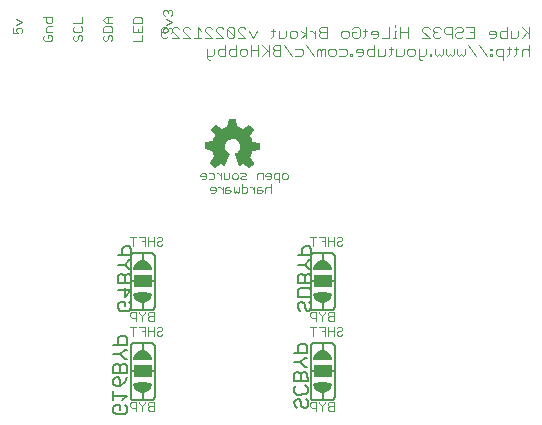
<source format=gbr>
G04 EAGLE Gerber RS-274X export*
G75*
%MOMM*%
%FSLAX34Y34*%
%LPD*%
%INSilkscreen Bottom*%
%IPPOS*%
%AMOC8*
5,1,8,0,0,1.08239X$1,22.5*%
G01*
%ADD10C,0.076200*%
%ADD11C,0.152400*%
%ADD12C,0.127000*%
%ADD13R,1.524000X1.016000*%
%ADD14C,0.050800*%

G36*
X395140Y514872D02*
X395140Y514872D01*
X395192Y514877D01*
X395214Y514891D01*
X395225Y514893D01*
X395233Y514902D01*
X395262Y514920D01*
X396151Y515682D01*
X396152Y515683D01*
X396154Y515685D01*
X397297Y516701D01*
X397300Y516705D01*
X397308Y516711D01*
X398197Y517600D01*
X398200Y517604D01*
X398207Y517611D01*
X399223Y518754D01*
X399239Y518786D01*
X399253Y518802D01*
X399255Y518818D01*
X399279Y518857D01*
X399279Y518870D01*
X399284Y518881D01*
X399277Y518940D01*
X399276Y518998D01*
X399268Y519013D01*
X399267Y519021D01*
X399259Y519031D01*
X399239Y519071D01*
X395653Y524017D01*
X396459Y525398D01*
X396460Y525404D01*
X396467Y525413D01*
X396975Y526429D01*
X396977Y526441D01*
X396991Y526469D01*
X397372Y527739D01*
X397372Y527740D01*
X397373Y527742D01*
X397836Y529366D01*
X403901Y530356D01*
X403960Y530384D01*
X404020Y530410D01*
X404023Y530414D01*
X404028Y530417D01*
X404063Y530472D01*
X404100Y530526D01*
X404101Y530533D01*
X404103Y530536D01*
X404103Y530545D01*
X404113Y530606D01*
X404113Y536194D01*
X404095Y536257D01*
X404079Y536321D01*
X404076Y536324D01*
X404074Y536329D01*
X404025Y536373D01*
X403978Y536418D01*
X403971Y536420D01*
X403969Y536423D01*
X403960Y536424D01*
X403901Y536444D01*
X397815Y537438D01*
X397496Y538183D01*
X397119Y539563D01*
X397113Y539573D01*
X397105Y539602D01*
X396343Y541253D01*
X396337Y541260D01*
X396330Y541277D01*
X395652Y542408D01*
X399116Y547481D01*
X399136Y547540D01*
X399159Y547599D01*
X399157Y547607D01*
X399160Y547615D01*
X399145Y547676D01*
X399134Y547737D01*
X399127Y547746D01*
X399126Y547752D01*
X399117Y547760D01*
X399086Y547803D01*
X398457Y548433D01*
X397445Y549570D01*
X397441Y549573D01*
X397435Y549581D01*
X396165Y550851D01*
X396156Y550856D01*
X396141Y550872D01*
X394998Y551761D01*
X394951Y551780D01*
X394908Y551806D01*
X394887Y551805D01*
X394868Y551813D01*
X394818Y551804D01*
X394767Y551803D01*
X394741Y551789D01*
X394729Y551787D01*
X394720Y551779D01*
X394694Y551766D01*
X389747Y548179D01*
X388111Y549114D01*
X388100Y549116D01*
X388079Y549129D01*
X386809Y549637D01*
X386804Y549638D01*
X386795Y549642D01*
X385035Y550229D01*
X384044Y556175D01*
X384021Y556222D01*
X384005Y556273D01*
X383991Y556285D01*
X383983Y556302D01*
X383938Y556330D01*
X383898Y556364D01*
X383873Y556371D01*
X383863Y556377D01*
X383851Y556376D01*
X383819Y556385D01*
X382549Y556512D01*
X382541Y556511D01*
X382524Y556513D01*
X379603Y556513D01*
X379596Y556511D01*
X379582Y556512D01*
X378058Y556385D01*
X378008Y556366D01*
X377957Y556355D01*
X377944Y556342D01*
X377926Y556335D01*
X377895Y556293D01*
X377857Y556255D01*
X377849Y556231D01*
X377842Y556222D01*
X377841Y556210D01*
X377830Y556179D01*
X376717Y550121D01*
X375738Y549903D01*
X375727Y549897D01*
X375690Y549887D01*
X373404Y548871D01*
X373398Y548867D01*
X373384Y548861D01*
X372380Y548304D01*
X367303Y551895D01*
X367261Y551909D01*
X367224Y551932D01*
X367196Y551932D01*
X367170Y551941D01*
X367127Y551931D01*
X367083Y551930D01*
X367045Y551912D01*
X367033Y551909D01*
X367027Y551902D01*
X367010Y551894D01*
X366121Y551259D01*
X366116Y551253D01*
X366101Y551244D01*
X365085Y550355D01*
X365082Y550350D01*
X365073Y550343D01*
X363803Y549073D01*
X363799Y549065D01*
X363784Y549052D01*
X362768Y547782D01*
X362748Y547734D01*
X362721Y547690D01*
X362722Y547670D01*
X362714Y547652D01*
X362723Y547601D01*
X362724Y547549D01*
X362736Y547524D01*
X362738Y547513D01*
X362746Y547504D01*
X362760Y547476D01*
X366227Y542648D01*
X366172Y542538D01*
X365287Y541021D01*
X365285Y541012D01*
X365275Y540998D01*
X364640Y539601D01*
X364639Y539591D01*
X364629Y539570D01*
X364166Y538066D01*
X358094Y536951D01*
X358049Y536928D01*
X358000Y536913D01*
X357987Y536897D01*
X357968Y536888D01*
X357942Y536844D01*
X357909Y536806D01*
X357901Y536778D01*
X357895Y536767D01*
X357896Y536756D01*
X357888Y536727D01*
X357761Y535457D01*
X357761Y535456D01*
X357761Y535455D01*
X357634Y534058D01*
X357635Y534050D01*
X357633Y534035D01*
X357633Y531114D01*
X357650Y531053D01*
X357664Y530992D01*
X357670Y530986D01*
X357672Y530979D01*
X357719Y530937D01*
X357764Y530892D01*
X357773Y530889D01*
X357777Y530885D01*
X357788Y530883D01*
X357840Y530865D01*
X363903Y529751D01*
X364371Y527878D01*
X364375Y527872D01*
X364377Y527859D01*
X364885Y526335D01*
X364892Y526324D01*
X364906Y526287D01*
X365714Y524902D01*
X362123Y519701D01*
X362107Y519655D01*
X362084Y519613D01*
X362085Y519590D01*
X362078Y519567D01*
X362089Y519521D01*
X362092Y519473D01*
X362109Y519443D01*
X362112Y519430D01*
X362119Y519423D01*
X362131Y519402D01*
X363020Y518259D01*
X363025Y518255D01*
X363031Y518246D01*
X364047Y517103D01*
X364051Y517100D01*
X364057Y517092D01*
X364946Y516203D01*
X364951Y516200D01*
X364958Y516191D01*
X365974Y515302D01*
X366025Y515279D01*
X366072Y515249D01*
X366088Y515249D01*
X366102Y515243D01*
X366157Y515250D01*
X366213Y515250D01*
X366232Y515259D01*
X366242Y515261D01*
X366252Y515269D01*
X366286Y515286D01*
X371224Y518742D01*
X372605Y517822D01*
X372617Y517818D01*
X372648Y517799D01*
X374172Y517164D01*
X374189Y517162D01*
X374205Y517153D01*
X374258Y517154D01*
X374312Y517148D01*
X374328Y517156D01*
X374345Y517157D01*
X374390Y517186D01*
X374438Y517210D01*
X374448Y517225D01*
X374463Y517235D01*
X374504Y517304D01*
X378441Y527210D01*
X378447Y527274D01*
X378457Y527337D01*
X378454Y527343D01*
X378455Y527351D01*
X378426Y527408D01*
X378401Y527466D01*
X378394Y527472D01*
X378391Y527477D01*
X378382Y527482D01*
X378340Y527519D01*
X377197Y528228D01*
X376242Y529137D01*
X375492Y530222D01*
X374979Y531437D01*
X374725Y532731D01*
X374739Y534049D01*
X375023Y535337D01*
X375563Y536540D01*
X376337Y537607D01*
X377312Y538495D01*
X378448Y539165D01*
X379696Y539589D01*
X381004Y539749D01*
X382357Y539630D01*
X383652Y539223D01*
X384829Y538549D01*
X385835Y537638D01*
X386623Y536533D01*
X387156Y535285D01*
X387409Y533952D01*
X387371Y532595D01*
X387044Y531278D01*
X386442Y530062D01*
X385593Y529003D01*
X384538Y528150D01*
X383300Y527530D01*
X383249Y527483D01*
X383197Y527436D01*
X383197Y527435D01*
X383196Y527435D01*
X383178Y527367D01*
X383160Y527300D01*
X383160Y527299D01*
X383160Y527297D01*
X383174Y527220D01*
X386730Y517060D01*
X386750Y517033D01*
X386760Y517001D01*
X386790Y516977D01*
X386812Y516946D01*
X386843Y516933D01*
X386869Y516911D01*
X386907Y516907D01*
X386942Y516892D01*
X386975Y516898D01*
X387009Y516894D01*
X387075Y516916D01*
X387081Y516917D01*
X387082Y516918D01*
X387086Y516919D01*
X389873Y518373D01*
X394954Y514903D01*
X395005Y514886D01*
X395052Y514863D01*
X395071Y514865D01*
X395088Y514859D01*
X395140Y514872D01*
G37*
D10*
X297047Y622681D02*
X304419Y622681D01*
X304419Y627596D01*
X297047Y630165D02*
X297047Y635080D01*
X297047Y630165D02*
X304419Y630165D01*
X304419Y635080D01*
X300733Y632623D02*
X300733Y630165D01*
X297047Y637649D02*
X304419Y637649D01*
X304419Y641335D01*
X303190Y642564D01*
X298275Y642564D01*
X297047Y641335D01*
X297047Y637649D01*
X466571Y317125D02*
X466571Y309753D01*
X466571Y317125D02*
X462885Y317125D01*
X461657Y315897D01*
X461657Y314668D01*
X462885Y313439D01*
X461657Y312210D01*
X461657Y310982D01*
X462885Y309753D01*
X466571Y309753D01*
X466571Y313439D02*
X462885Y313439D01*
X459087Y315897D02*
X459087Y317125D01*
X459087Y315897D02*
X456630Y313439D01*
X454172Y315897D01*
X454172Y317125D01*
X456630Y313439D02*
X456630Y309753D01*
X451603Y309753D02*
X451603Y317125D01*
X447917Y317125D01*
X446688Y315897D01*
X446688Y313439D01*
X447917Y312210D01*
X451603Y312210D01*
X314171Y309753D02*
X314171Y317125D01*
X310485Y317125D01*
X309257Y315897D01*
X309257Y314668D01*
X310485Y313439D01*
X309257Y312210D01*
X309257Y310982D01*
X310485Y309753D01*
X314171Y309753D01*
X314171Y313439D02*
X310485Y313439D01*
X306687Y315897D02*
X306687Y317125D01*
X306687Y315897D02*
X304230Y313439D01*
X301772Y315897D01*
X301772Y317125D01*
X304230Y313439D02*
X304230Y309753D01*
X299203Y309753D02*
X299203Y317125D01*
X295517Y317125D01*
X294288Y315897D01*
X294288Y313439D01*
X295517Y312210D01*
X299203Y312210D01*
X314171Y385953D02*
X314171Y393325D01*
X310485Y393325D01*
X309257Y392097D01*
X309257Y390868D01*
X310485Y389639D01*
X309257Y388410D01*
X309257Y387182D01*
X310485Y385953D01*
X314171Y385953D01*
X314171Y389639D02*
X310485Y389639D01*
X306687Y392097D02*
X306687Y393325D01*
X306687Y392097D02*
X304230Y389639D01*
X301772Y392097D01*
X301772Y393325D01*
X304230Y389639D02*
X304230Y385953D01*
X299203Y385953D02*
X299203Y393325D01*
X295517Y393325D01*
X294288Y392097D01*
X294288Y389639D01*
X295517Y388410D01*
X299203Y388410D01*
X466571Y385953D02*
X466571Y393325D01*
X462885Y393325D01*
X461657Y392097D01*
X461657Y390868D01*
X462885Y389639D01*
X461657Y388410D01*
X461657Y387182D01*
X462885Y385953D01*
X466571Y385953D01*
X466571Y389639D02*
X462885Y389639D01*
X459087Y392097D02*
X459087Y393325D01*
X459087Y392097D02*
X456630Y389639D01*
X454172Y392097D01*
X454172Y393325D01*
X456630Y389639D02*
X456630Y385953D01*
X451603Y385953D02*
X451603Y393325D01*
X447917Y393325D01*
X446688Y392097D01*
X446688Y389639D01*
X447917Y388410D01*
X451603Y388410D01*
X469141Y455597D02*
X470370Y456825D01*
X472827Y456825D01*
X474056Y455597D01*
X474056Y454368D01*
X472827Y453139D01*
X470370Y453139D01*
X469141Y451910D01*
X469141Y450682D01*
X470370Y449453D01*
X472827Y449453D01*
X474056Y450682D01*
X466571Y449453D02*
X466571Y456825D01*
X466571Y453139D02*
X461657Y453139D01*
X461657Y456825D02*
X461657Y449453D01*
X459087Y449453D02*
X459087Y456825D01*
X454172Y456825D01*
X456630Y453139D02*
X459087Y453139D01*
X449146Y449453D02*
X449146Y456825D01*
X451603Y456825D02*
X446688Y456825D01*
X317970Y456825D02*
X316741Y455597D01*
X317970Y456825D02*
X320427Y456825D01*
X321656Y455597D01*
X321656Y454368D01*
X320427Y453139D01*
X317970Y453139D01*
X316741Y451910D01*
X316741Y450682D01*
X317970Y449453D01*
X320427Y449453D01*
X321656Y450682D01*
X314171Y449453D02*
X314171Y456825D01*
X314171Y453139D02*
X309257Y453139D01*
X309257Y456825D02*
X309257Y449453D01*
X306687Y449453D02*
X306687Y456825D01*
X301772Y456825D01*
X304230Y453139D02*
X306687Y453139D01*
X296746Y449453D02*
X296746Y456825D01*
X299203Y456825D02*
X294288Y456825D01*
X317970Y380625D02*
X316741Y379397D01*
X317970Y380625D02*
X320427Y380625D01*
X321656Y379397D01*
X321656Y378168D01*
X320427Y376939D01*
X317970Y376939D01*
X316741Y375710D01*
X316741Y374482D01*
X317970Y373253D01*
X320427Y373253D01*
X321656Y374482D01*
X314171Y373253D02*
X314171Y380625D01*
X314171Y376939D02*
X309257Y376939D01*
X309257Y380625D02*
X309257Y373253D01*
X306687Y373253D02*
X306687Y380625D01*
X301772Y380625D01*
X304230Y376939D02*
X306687Y376939D01*
X296746Y373253D02*
X296746Y380625D01*
X299203Y380625D02*
X294288Y380625D01*
X469141Y379397D02*
X470370Y380625D01*
X472827Y380625D01*
X474056Y379397D01*
X474056Y378168D01*
X472827Y376939D01*
X470370Y376939D01*
X469141Y375710D01*
X469141Y374482D01*
X470370Y373253D01*
X472827Y373253D01*
X474056Y374482D01*
X466571Y373253D02*
X466571Y380625D01*
X466571Y376939D02*
X461657Y376939D01*
X461657Y380625D02*
X461657Y373253D01*
X459087Y373253D02*
X459087Y380625D01*
X454172Y380625D01*
X456630Y376939D02*
X459087Y376939D01*
X449146Y373253D02*
X449146Y380625D01*
X451603Y380625D02*
X446688Y380625D01*
X632077Y625221D02*
X632077Y634627D01*
X625807Y634627D02*
X632077Y628356D01*
X630510Y629924D02*
X625807Y625221D01*
X622722Y626789D02*
X622722Y631492D01*
X622722Y626789D02*
X621154Y625221D01*
X616451Y625221D01*
X616451Y631492D01*
X613367Y634627D02*
X613367Y625221D01*
X608664Y625221D01*
X607096Y626789D01*
X607096Y629924D01*
X608664Y631492D01*
X613367Y631492D01*
X602444Y625221D02*
X599309Y625221D01*
X602444Y625221D02*
X604012Y626789D01*
X604012Y629924D01*
X602444Y631492D01*
X599309Y631492D01*
X597741Y629924D01*
X597741Y628356D01*
X604012Y628356D01*
X585301Y634627D02*
X579031Y634627D01*
X585301Y634627D02*
X585301Y625221D01*
X579031Y625221D01*
X582166Y629924D02*
X585301Y629924D01*
X571243Y634627D02*
X569675Y633059D01*
X571243Y634627D02*
X574378Y634627D01*
X575946Y633059D01*
X575946Y631492D01*
X574378Y629924D01*
X571243Y629924D01*
X569675Y628356D01*
X569675Y626789D01*
X571243Y625221D01*
X574378Y625221D01*
X575946Y626789D01*
X566591Y625221D02*
X566591Y634627D01*
X561888Y634627D01*
X560320Y633059D01*
X560320Y629924D01*
X561888Y628356D01*
X566591Y628356D01*
X557236Y633059D02*
X555668Y634627D01*
X552533Y634627D01*
X550965Y633059D01*
X550965Y631492D01*
X552533Y629924D01*
X554100Y629924D01*
X552533Y629924D02*
X550965Y628356D01*
X550965Y626789D01*
X552533Y625221D01*
X555668Y625221D01*
X557236Y626789D01*
X547881Y625221D02*
X541610Y625221D01*
X547881Y625221D02*
X541610Y631492D01*
X541610Y633059D01*
X543178Y634627D01*
X546313Y634627D01*
X547881Y633059D01*
X529170Y634627D02*
X529170Y625221D01*
X529170Y629924D02*
X522900Y629924D01*
X522900Y634627D02*
X522900Y625221D01*
X519815Y631492D02*
X518247Y631492D01*
X518247Y625221D01*
X516680Y625221D02*
X519815Y625221D01*
X518247Y634627D02*
X518247Y636195D01*
X513578Y634627D02*
X513578Y625221D01*
X507308Y625221D01*
X502655Y625221D02*
X499520Y625221D01*
X502655Y625221D02*
X504223Y626789D01*
X504223Y629924D01*
X502655Y631492D01*
X499520Y631492D01*
X497952Y629924D01*
X497952Y628356D01*
X504223Y628356D01*
X493300Y626789D02*
X493300Y633059D01*
X493300Y626789D02*
X491733Y625221D01*
X491733Y631492D02*
X494868Y631492D01*
X483928Y634627D02*
X482360Y633059D01*
X483928Y634627D02*
X487063Y634627D01*
X488631Y633059D01*
X488631Y626789D01*
X487063Y625221D01*
X483928Y625221D01*
X482360Y626789D01*
X482360Y629924D01*
X485496Y629924D01*
X477708Y625221D02*
X474573Y625221D01*
X473005Y626789D01*
X473005Y629924D01*
X474573Y631492D01*
X477708Y631492D01*
X479276Y629924D01*
X479276Y626789D01*
X477708Y625221D01*
X460566Y625221D02*
X460566Y634627D01*
X455863Y634627D01*
X454295Y633059D01*
X454295Y631492D01*
X455863Y629924D01*
X454295Y628356D01*
X454295Y626789D01*
X455863Y625221D01*
X460566Y625221D01*
X460566Y629924D02*
X455863Y629924D01*
X451210Y631492D02*
X451210Y625221D01*
X451210Y628356D02*
X448075Y631492D01*
X446507Y631492D01*
X443414Y634627D02*
X443414Y625221D01*
X443414Y628356D02*
X438711Y625221D01*
X443414Y628356D02*
X438711Y631492D01*
X434051Y625221D02*
X430915Y625221D01*
X429348Y626789D01*
X429348Y629924D01*
X430915Y631492D01*
X434051Y631492D01*
X435618Y629924D01*
X435618Y626789D01*
X434051Y625221D01*
X426263Y626789D02*
X426263Y631492D01*
X426263Y626789D02*
X424696Y625221D01*
X419993Y625221D01*
X419993Y631492D01*
X415340Y633059D02*
X415340Y626789D01*
X413773Y625221D01*
X413773Y631492D02*
X416908Y631492D01*
X401316Y631492D02*
X398181Y625221D01*
X395045Y631492D01*
X391961Y625221D02*
X385690Y625221D01*
X391961Y625221D02*
X385690Y631492D01*
X385690Y633059D01*
X387258Y634627D01*
X390393Y634627D01*
X391961Y633059D01*
X382606Y633059D02*
X382606Y626789D01*
X382606Y633059D02*
X381038Y634627D01*
X377903Y634627D01*
X376335Y633059D01*
X376335Y626789D01*
X377903Y625221D01*
X381038Y625221D01*
X382606Y626789D01*
X376335Y633059D01*
X373250Y625221D02*
X366980Y625221D01*
X373250Y625221D02*
X366980Y631492D01*
X366980Y633059D01*
X368547Y634627D01*
X371683Y634627D01*
X373250Y633059D01*
X363895Y625221D02*
X357625Y625221D01*
X363895Y625221D02*
X357625Y631492D01*
X357625Y633059D01*
X359192Y634627D01*
X362328Y634627D01*
X363895Y633059D01*
X354540Y631492D02*
X351405Y634627D01*
X351405Y625221D01*
X354540Y625221D02*
X348269Y625221D01*
X345185Y625221D02*
X338914Y625221D01*
X345185Y625221D02*
X338914Y631492D01*
X338914Y633059D01*
X340482Y634627D01*
X343617Y634627D01*
X345185Y633059D01*
X335830Y625221D02*
X329559Y625221D01*
X335830Y625221D02*
X329559Y631492D01*
X329559Y633059D01*
X331127Y634627D01*
X334262Y634627D01*
X335830Y633059D01*
X326475Y626789D02*
X324907Y625221D01*
X321772Y625221D01*
X320204Y626789D01*
X320204Y633059D01*
X321772Y634627D01*
X324907Y634627D01*
X326475Y633059D01*
X326475Y631492D01*
X324907Y629924D01*
X320204Y629924D01*
X632077Y619387D02*
X632077Y609981D01*
X632077Y614684D02*
X630510Y616252D01*
X627374Y616252D01*
X625807Y614684D01*
X625807Y609981D01*
X621154Y611549D02*
X621154Y617819D01*
X621154Y611549D02*
X619587Y609981D01*
X619587Y616252D02*
X622722Y616252D01*
X614918Y617819D02*
X614918Y611549D01*
X613350Y609981D01*
X613350Y616252D02*
X616485Y616252D01*
X610249Y616252D02*
X610249Y606846D01*
X610249Y616252D02*
X605546Y616252D01*
X603978Y614684D01*
X603978Y611549D01*
X605546Y609981D01*
X610249Y609981D01*
X600893Y616252D02*
X599326Y616252D01*
X599326Y614684D01*
X600893Y614684D01*
X600893Y616252D01*
X600893Y611549D02*
X599326Y611549D01*
X599326Y609981D01*
X600893Y609981D01*
X600893Y611549D01*
X596216Y609981D02*
X589945Y619387D01*
X580590Y619387D02*
X586861Y609981D01*
X577505Y611549D02*
X577505Y616252D01*
X577505Y611549D02*
X575938Y609981D01*
X574370Y611549D01*
X572802Y609981D01*
X571235Y611549D01*
X571235Y616252D01*
X568150Y616252D02*
X568150Y611549D01*
X566583Y609981D01*
X565015Y611549D01*
X563447Y609981D01*
X561879Y611549D01*
X561879Y616252D01*
X558795Y616252D02*
X558795Y611549D01*
X557227Y609981D01*
X555660Y611549D01*
X554092Y609981D01*
X552524Y611549D01*
X552524Y616252D01*
X549440Y611549D02*
X549440Y609981D01*
X549440Y611549D02*
X547872Y611549D01*
X547872Y609981D01*
X549440Y609981D01*
X544762Y611549D02*
X544762Y616252D01*
X544762Y611549D02*
X543195Y609981D01*
X538492Y609981D01*
X538492Y608413D02*
X538492Y616252D01*
X538492Y608413D02*
X540059Y606846D01*
X541627Y606846D01*
X533839Y609981D02*
X530704Y609981D01*
X529136Y611549D01*
X529136Y614684D01*
X530704Y616252D01*
X533839Y616252D01*
X535407Y614684D01*
X535407Y611549D01*
X533839Y609981D01*
X526052Y611549D02*
X526052Y616252D01*
X526052Y611549D02*
X524484Y609981D01*
X519781Y609981D01*
X519781Y616252D01*
X515129Y617819D02*
X515129Y611549D01*
X513561Y609981D01*
X513561Y616252D02*
X516697Y616252D01*
X510460Y616252D02*
X510460Y611549D01*
X508892Y609981D01*
X504189Y609981D01*
X504189Y616252D01*
X501105Y619387D02*
X501105Y609981D01*
X496402Y609981D01*
X494834Y611549D01*
X494834Y614684D01*
X496402Y616252D01*
X501105Y616252D01*
X490182Y609981D02*
X487046Y609981D01*
X490182Y609981D02*
X491749Y611549D01*
X491749Y614684D01*
X490182Y616252D01*
X487046Y616252D01*
X485479Y614684D01*
X485479Y613116D01*
X491749Y613116D01*
X482394Y611549D02*
X482394Y609981D01*
X482394Y611549D02*
X480827Y611549D01*
X480827Y609981D01*
X482394Y609981D01*
X476149Y616252D02*
X471446Y616252D01*
X476149Y616252D02*
X477717Y614684D01*
X477717Y611549D01*
X476149Y609981D01*
X471446Y609981D01*
X466794Y609981D02*
X463659Y609981D01*
X462091Y611549D01*
X462091Y614684D01*
X463659Y616252D01*
X466794Y616252D01*
X468362Y614684D01*
X468362Y611549D01*
X466794Y609981D01*
X459006Y609981D02*
X459006Y616252D01*
X457439Y616252D01*
X455871Y614684D01*
X455871Y609981D01*
X455871Y614684D02*
X454303Y616252D01*
X452736Y614684D01*
X452736Y609981D01*
X449651Y609981D02*
X443380Y619387D01*
X438728Y616252D02*
X434025Y616252D01*
X438728Y616252D02*
X440296Y614684D01*
X440296Y611549D01*
X438728Y609981D01*
X434025Y609981D01*
X430941Y609981D02*
X424670Y619387D01*
X421586Y619387D02*
X421586Y609981D01*
X421586Y619387D02*
X416883Y619387D01*
X415315Y617819D01*
X415315Y616252D01*
X416883Y614684D01*
X415315Y613116D01*
X415315Y611549D01*
X416883Y609981D01*
X421586Y609981D01*
X421586Y614684D02*
X416883Y614684D01*
X412230Y619387D02*
X412230Y609981D01*
X412230Y613116D02*
X405960Y619387D01*
X410663Y614684D02*
X405960Y609981D01*
X402875Y609981D02*
X402875Y619387D01*
X402875Y614684D02*
X396605Y614684D01*
X396605Y619387D02*
X396605Y609981D01*
X391952Y609981D02*
X388817Y609981D01*
X387249Y611549D01*
X387249Y614684D01*
X388817Y616252D01*
X391952Y616252D01*
X393520Y614684D01*
X393520Y611549D01*
X391952Y609981D01*
X384165Y609981D02*
X384165Y619387D01*
X384165Y609981D02*
X379462Y609981D01*
X377894Y611549D01*
X377894Y614684D01*
X379462Y616252D01*
X384165Y616252D01*
X374810Y619387D02*
X374810Y609981D01*
X370107Y609981D01*
X368539Y611549D01*
X368539Y614684D01*
X370107Y616252D01*
X374810Y616252D01*
X365454Y616252D02*
X365454Y611549D01*
X363887Y609981D01*
X359184Y609981D01*
X359184Y608413D02*
X359184Y616252D01*
X359184Y608413D02*
X360751Y606846D01*
X362319Y606846D01*
X195447Y629031D02*
X195447Y633946D01*
X195447Y629031D02*
X199133Y629031D01*
X197904Y631488D01*
X197904Y632717D01*
X199133Y633946D01*
X201590Y633946D01*
X202819Y632717D01*
X202819Y630260D01*
X201590Y629031D01*
X197904Y636515D02*
X202819Y638973D01*
X197904Y641430D01*
X220847Y626367D02*
X222075Y627596D01*
X220847Y626367D02*
X220847Y623910D01*
X222075Y622681D01*
X226990Y622681D01*
X228219Y623910D01*
X228219Y626367D01*
X226990Y627596D01*
X224533Y627596D01*
X224533Y625138D01*
X223304Y630165D02*
X228219Y630165D01*
X223304Y630165D02*
X223304Y633851D01*
X224533Y635080D01*
X228219Y635080D01*
X228219Y642564D02*
X220847Y642564D01*
X228219Y642564D02*
X228219Y638878D01*
X226990Y637649D01*
X224533Y637649D01*
X223304Y638878D01*
X223304Y642564D01*
X246247Y626367D02*
X247475Y627596D01*
X246247Y626367D02*
X246247Y623910D01*
X247475Y622681D01*
X248704Y622681D01*
X249933Y623910D01*
X249933Y626367D01*
X251162Y627596D01*
X252390Y627596D01*
X253619Y626367D01*
X253619Y623910D01*
X252390Y622681D01*
X246247Y633851D02*
X247475Y635080D01*
X246247Y633851D02*
X246247Y631394D01*
X247475Y630165D01*
X252390Y630165D01*
X253619Y631394D01*
X253619Y633851D01*
X252390Y635080D01*
X253619Y637649D02*
X246247Y637649D01*
X253619Y637649D02*
X253619Y642564D01*
X271647Y626367D02*
X272875Y627596D01*
X271647Y626367D02*
X271647Y623910D01*
X272875Y622681D01*
X274104Y622681D01*
X275333Y623910D01*
X275333Y626367D01*
X276562Y627596D01*
X277790Y627596D01*
X279019Y626367D01*
X279019Y623910D01*
X277790Y622681D01*
X279019Y630165D02*
X271647Y630165D01*
X279019Y630165D02*
X279019Y633851D01*
X277790Y635080D01*
X272875Y635080D01*
X271647Y633851D01*
X271647Y630165D01*
X274104Y637649D02*
X279019Y637649D01*
X274104Y637649D02*
X271647Y640107D01*
X274104Y642564D01*
X279019Y642564D01*
X275333Y642564D02*
X275333Y637649D01*
X322447Y630260D02*
X323675Y629031D01*
X322447Y630260D02*
X322447Y632717D01*
X323675Y633946D01*
X324904Y633946D01*
X326133Y632717D01*
X326133Y631488D01*
X326133Y632717D02*
X327362Y633946D01*
X328590Y633946D01*
X329819Y632717D01*
X329819Y630260D01*
X328590Y629031D01*
X324904Y636515D02*
X329819Y638973D01*
X324904Y641430D01*
X323675Y643999D02*
X322447Y645228D01*
X322447Y647685D01*
X323675Y648914D01*
X324904Y648914D01*
X326133Y647685D01*
X326133Y646457D01*
X326133Y647685D02*
X327362Y648914D01*
X328590Y648914D01*
X329819Y647685D01*
X329819Y645228D01*
X328590Y643999D01*
D11*
X294640Y440690D02*
X294640Y397510D01*
X314960Y440690D02*
X314958Y440790D01*
X314952Y440889D01*
X314942Y440989D01*
X314929Y441087D01*
X314911Y441186D01*
X314890Y441283D01*
X314865Y441379D01*
X314836Y441475D01*
X314803Y441569D01*
X314767Y441662D01*
X314727Y441753D01*
X314683Y441843D01*
X314636Y441931D01*
X314586Y442017D01*
X314532Y442101D01*
X314475Y442183D01*
X314415Y442262D01*
X314351Y442340D01*
X314285Y442414D01*
X314216Y442486D01*
X314144Y442555D01*
X314070Y442621D01*
X313992Y442685D01*
X313913Y442745D01*
X313831Y442802D01*
X313747Y442856D01*
X313661Y442906D01*
X313573Y442953D01*
X313483Y442997D01*
X313392Y443037D01*
X313299Y443073D01*
X313205Y443106D01*
X313109Y443135D01*
X313013Y443160D01*
X312916Y443181D01*
X312817Y443199D01*
X312719Y443212D01*
X312619Y443222D01*
X312520Y443228D01*
X312420Y443230D01*
X314960Y397510D02*
X314958Y397410D01*
X314952Y397311D01*
X314942Y397211D01*
X314929Y397113D01*
X314911Y397014D01*
X314890Y396917D01*
X314865Y396821D01*
X314836Y396725D01*
X314803Y396631D01*
X314767Y396538D01*
X314727Y396447D01*
X314683Y396357D01*
X314636Y396269D01*
X314586Y396183D01*
X314532Y396099D01*
X314475Y396017D01*
X314415Y395938D01*
X314351Y395860D01*
X314285Y395786D01*
X314216Y395714D01*
X314144Y395645D01*
X314070Y395579D01*
X313992Y395515D01*
X313913Y395455D01*
X313831Y395398D01*
X313747Y395344D01*
X313661Y395294D01*
X313573Y395247D01*
X313483Y395203D01*
X313392Y395163D01*
X313299Y395127D01*
X313205Y395094D01*
X313109Y395065D01*
X313013Y395040D01*
X312916Y395019D01*
X312817Y395001D01*
X312719Y394988D01*
X312619Y394978D01*
X312520Y394972D01*
X312420Y394970D01*
X297180Y394970D02*
X297080Y394972D01*
X296981Y394978D01*
X296881Y394988D01*
X296783Y395001D01*
X296684Y395019D01*
X296587Y395040D01*
X296491Y395065D01*
X296395Y395094D01*
X296301Y395127D01*
X296208Y395163D01*
X296117Y395203D01*
X296027Y395247D01*
X295939Y395294D01*
X295853Y395344D01*
X295769Y395398D01*
X295687Y395455D01*
X295608Y395515D01*
X295530Y395579D01*
X295456Y395645D01*
X295384Y395714D01*
X295315Y395786D01*
X295249Y395860D01*
X295185Y395938D01*
X295125Y396017D01*
X295068Y396099D01*
X295014Y396183D01*
X294964Y396269D01*
X294917Y396357D01*
X294873Y396447D01*
X294833Y396538D01*
X294797Y396631D01*
X294764Y396725D01*
X294735Y396821D01*
X294710Y396917D01*
X294689Y397014D01*
X294671Y397113D01*
X294658Y397211D01*
X294648Y397311D01*
X294642Y397410D01*
X294640Y397510D01*
X294640Y440690D02*
X294642Y440790D01*
X294648Y440889D01*
X294658Y440989D01*
X294671Y441087D01*
X294689Y441186D01*
X294710Y441283D01*
X294735Y441379D01*
X294764Y441475D01*
X294797Y441569D01*
X294833Y441662D01*
X294873Y441753D01*
X294917Y441843D01*
X294964Y441931D01*
X295014Y442017D01*
X295068Y442101D01*
X295125Y442183D01*
X295185Y442262D01*
X295249Y442340D01*
X295315Y442414D01*
X295384Y442486D01*
X295456Y442555D01*
X295530Y442621D01*
X295608Y442685D01*
X295687Y442745D01*
X295769Y442802D01*
X295853Y442856D01*
X295939Y442906D01*
X296027Y442953D01*
X296117Y442997D01*
X296208Y443037D01*
X296301Y443073D01*
X296395Y443106D01*
X296491Y443135D01*
X296587Y443160D01*
X296684Y443181D01*
X296783Y443199D01*
X296881Y443212D01*
X296981Y443222D01*
X297080Y443228D01*
X297180Y443230D01*
X312420Y443230D01*
X312420Y394970D02*
X297180Y394970D01*
X314960Y397510D02*
X314960Y440690D01*
X304800Y441960D02*
X304800Y436880D01*
X304800Y401320D02*
X304800Y396240D01*
X312420Y419100D02*
X314960Y419100D01*
X297180Y419100D02*
X294640Y419100D01*
D12*
X311756Y429894D02*
X304800Y429261D01*
X304800Y429261D01*
X297844Y429894D01*
X297861Y430064D01*
X297883Y430234D01*
X297909Y430402D01*
X297939Y430571D01*
X297973Y430738D01*
X298011Y430905D01*
X298054Y431070D01*
X298100Y431235D01*
X298150Y431398D01*
X298204Y431560D01*
X298263Y431721D01*
X298325Y431880D01*
X298391Y432037D01*
X298461Y432193D01*
X298534Y432347D01*
X298612Y432500D01*
X298693Y432650D01*
X298778Y432798D01*
X298866Y432945D01*
X298958Y433089D01*
X299053Y433230D01*
X299152Y433370D01*
X299254Y433507D01*
X299360Y433641D01*
X299469Y433773D01*
X299581Y433902D01*
X299696Y434028D01*
X299814Y434152D01*
X299935Y434272D01*
X300059Y434390D01*
X300186Y434504D01*
X300315Y434615D01*
X300448Y434723D01*
X300583Y434828D01*
X300720Y434930D01*
X300860Y435028D01*
X301002Y435122D01*
X301147Y435214D01*
X301294Y435301D01*
X301442Y435385D01*
X301593Y435465D01*
X301746Y435542D01*
X301900Y435615D01*
X302057Y435684D01*
X302215Y435749D01*
X302374Y435810D01*
X302535Y435868D01*
X302697Y435921D01*
X302861Y435970D01*
X303026Y436016D01*
X303191Y436057D01*
X303358Y436095D01*
X303526Y436128D01*
X303694Y436157D01*
X303863Y436182D01*
X304033Y436203D01*
X304203Y436219D01*
X304373Y436232D01*
X304544Y436240D01*
X304715Y436244D01*
X304885Y436244D01*
X305056Y436240D01*
X305227Y436232D01*
X305397Y436219D01*
X305567Y436203D01*
X305737Y436182D01*
X305906Y436157D01*
X306074Y436128D01*
X306242Y436095D01*
X306409Y436057D01*
X306574Y436016D01*
X306739Y435970D01*
X306903Y435921D01*
X307065Y435868D01*
X307226Y435810D01*
X307385Y435749D01*
X307543Y435684D01*
X307700Y435615D01*
X307854Y435542D01*
X308007Y435465D01*
X308158Y435385D01*
X308306Y435301D01*
X308453Y435214D01*
X308598Y435122D01*
X308740Y435028D01*
X308880Y434930D01*
X309017Y434828D01*
X309152Y434723D01*
X309285Y434615D01*
X309414Y434504D01*
X309541Y434390D01*
X309665Y434272D01*
X309786Y434152D01*
X309904Y434028D01*
X310019Y433902D01*
X310131Y433773D01*
X310240Y433641D01*
X310346Y433507D01*
X310448Y433370D01*
X310547Y433230D01*
X310642Y433089D01*
X310734Y432945D01*
X310822Y432798D01*
X310907Y432650D01*
X310988Y432500D01*
X311066Y432347D01*
X311139Y432193D01*
X311209Y432037D01*
X311275Y431880D01*
X311337Y431721D01*
X311396Y431560D01*
X311450Y431398D01*
X311500Y431235D01*
X311546Y431070D01*
X311589Y430905D01*
X311627Y430738D01*
X311661Y430571D01*
X311691Y430402D01*
X311717Y430234D01*
X311739Y430064D01*
X311756Y429894D01*
X310544Y429894D01*
X310526Y430043D01*
X310503Y430192D01*
X310477Y430341D01*
X310447Y430489D01*
X310413Y430635D01*
X310375Y430781D01*
X310334Y430926D01*
X310288Y431070D01*
X310239Y431213D01*
X310186Y431354D01*
X310130Y431494D01*
X310070Y431632D01*
X310006Y431769D01*
X309939Y431904D01*
X309868Y432037D01*
X309794Y432168D01*
X309717Y432297D01*
X309636Y432424D01*
X309551Y432549D01*
X309464Y432672D01*
X309373Y432793D01*
X309280Y432911D01*
X309183Y433027D01*
X309083Y433140D01*
X308981Y433250D01*
X308875Y433358D01*
X308767Y433463D01*
X308656Y433565D01*
X308542Y433664D01*
X308426Y433760D01*
X308307Y433853D01*
X308186Y433943D01*
X308063Y434030D01*
X307938Y434113D01*
X307810Y434193D01*
X307680Y434270D01*
X307549Y434344D01*
X307415Y434413D01*
X307280Y434480D01*
X307143Y434543D01*
X307004Y434602D01*
X306864Y434658D01*
X306723Y434710D01*
X306580Y434758D01*
X306436Y434803D01*
X306291Y434843D01*
X306144Y434880D01*
X305997Y434914D01*
X305849Y434943D01*
X305701Y434968D01*
X305552Y434990D01*
X305402Y435008D01*
X305252Y435021D01*
X305101Y435031D01*
X304951Y435037D01*
X304800Y435039D01*
X304649Y435037D01*
X304499Y435031D01*
X304348Y435021D01*
X304198Y435008D01*
X304048Y434990D01*
X303899Y434968D01*
X303751Y434943D01*
X303603Y434914D01*
X303456Y434880D01*
X303309Y434843D01*
X303164Y434803D01*
X303020Y434758D01*
X302877Y434710D01*
X302736Y434658D01*
X302596Y434602D01*
X302457Y434543D01*
X302320Y434480D01*
X302185Y434413D01*
X302051Y434344D01*
X301920Y434270D01*
X301790Y434193D01*
X301662Y434113D01*
X301537Y434030D01*
X301414Y433943D01*
X301293Y433853D01*
X301174Y433760D01*
X301058Y433664D01*
X300944Y433565D01*
X300833Y433463D01*
X300725Y433358D01*
X300619Y433250D01*
X300517Y433140D01*
X300417Y433027D01*
X300320Y432911D01*
X300227Y432793D01*
X300136Y432672D01*
X300049Y432549D01*
X299964Y432424D01*
X299883Y432297D01*
X299806Y432168D01*
X299732Y432037D01*
X299661Y431904D01*
X299594Y431769D01*
X299530Y431632D01*
X299470Y431494D01*
X299414Y431354D01*
X299361Y431213D01*
X299312Y431070D01*
X299266Y430926D01*
X299225Y430781D01*
X299187Y430635D01*
X299153Y430489D01*
X299123Y430341D01*
X299097Y430192D01*
X299074Y430043D01*
X299056Y429894D01*
X300271Y429893D01*
X300291Y430025D01*
X300316Y430156D01*
X300344Y430287D01*
X300376Y430417D01*
X300411Y430546D01*
X300451Y430673D01*
X300494Y430800D01*
X300541Y430925D01*
X300591Y431049D01*
X300645Y431171D01*
X300703Y431291D01*
X300764Y431410D01*
X300829Y431527D01*
X300897Y431642D01*
X300968Y431755D01*
X301042Y431866D01*
X301120Y431975D01*
X301201Y432081D01*
X301285Y432185D01*
X301372Y432287D01*
X301462Y432386D01*
X301555Y432482D01*
X301650Y432575D01*
X301748Y432666D01*
X301849Y432754D01*
X301953Y432838D01*
X302058Y432920D01*
X302166Y432999D01*
X302277Y433074D01*
X302389Y433146D01*
X302504Y433215D01*
X302620Y433280D01*
X302739Y433342D01*
X302859Y433401D01*
X302981Y433456D01*
X303104Y433507D01*
X303229Y433555D01*
X303355Y433599D01*
X303483Y433639D01*
X303611Y433676D01*
X303741Y433709D01*
X303871Y433738D01*
X304002Y433763D01*
X304134Y433784D01*
X304267Y433802D01*
X304400Y433815D01*
X304533Y433825D01*
X304666Y433831D01*
X304800Y433833D01*
X304934Y433831D01*
X305067Y433825D01*
X305200Y433815D01*
X305333Y433802D01*
X305466Y433784D01*
X305598Y433763D01*
X305729Y433738D01*
X305859Y433709D01*
X305989Y433676D01*
X306117Y433639D01*
X306245Y433599D01*
X306371Y433555D01*
X306496Y433507D01*
X306619Y433456D01*
X306741Y433401D01*
X306861Y433342D01*
X306980Y433280D01*
X307096Y433215D01*
X307211Y433146D01*
X307323Y433074D01*
X307434Y432999D01*
X307542Y432920D01*
X307647Y432838D01*
X307751Y432754D01*
X307852Y432666D01*
X307950Y432575D01*
X308045Y432482D01*
X308138Y432386D01*
X308228Y432287D01*
X308315Y432185D01*
X308399Y432081D01*
X308480Y431975D01*
X308558Y431866D01*
X308632Y431755D01*
X308703Y431642D01*
X308771Y431527D01*
X308836Y431410D01*
X308897Y431291D01*
X308955Y431171D01*
X309009Y431049D01*
X309059Y430925D01*
X309106Y430800D01*
X309149Y430673D01*
X309189Y430546D01*
X309224Y430417D01*
X309256Y430287D01*
X309284Y430156D01*
X309309Y430025D01*
X309329Y429893D01*
X308107Y429891D01*
X308084Y430004D01*
X308057Y430115D01*
X308025Y430226D01*
X307991Y430335D01*
X307952Y430444D01*
X307910Y430551D01*
X307864Y430656D01*
X307815Y430760D01*
X307762Y430862D01*
X307705Y430962D01*
X307646Y431060D01*
X307582Y431156D01*
X307516Y431250D01*
X307447Y431341D01*
X307374Y431430D01*
X307299Y431517D01*
X307220Y431601D01*
X307139Y431682D01*
X307055Y431761D01*
X306968Y431836D01*
X306879Y431909D01*
X306787Y431978D01*
X306693Y432044D01*
X306597Y432107D01*
X306499Y432167D01*
X306399Y432223D01*
X306297Y432276D01*
X306193Y432325D01*
X306088Y432371D01*
X305981Y432413D01*
X305873Y432452D01*
X305763Y432486D01*
X305652Y432517D01*
X305541Y432544D01*
X305428Y432568D01*
X305315Y432587D01*
X305201Y432603D01*
X305087Y432615D01*
X304972Y432623D01*
X304857Y432627D01*
X304743Y432627D01*
X304628Y432623D01*
X304513Y432615D01*
X304399Y432603D01*
X304285Y432587D01*
X304172Y432568D01*
X304059Y432544D01*
X303948Y432517D01*
X303837Y432486D01*
X303727Y432452D01*
X303619Y432413D01*
X303512Y432371D01*
X303407Y432325D01*
X303303Y432276D01*
X303201Y432223D01*
X303101Y432167D01*
X303003Y432107D01*
X302907Y432044D01*
X302813Y431978D01*
X302721Y431909D01*
X302632Y431836D01*
X302545Y431761D01*
X302461Y431682D01*
X302380Y431601D01*
X302301Y431517D01*
X302226Y431430D01*
X302153Y431341D01*
X302084Y431250D01*
X302018Y431156D01*
X301954Y431060D01*
X301895Y430962D01*
X301838Y430862D01*
X301785Y430760D01*
X301736Y430656D01*
X301690Y430551D01*
X301648Y430444D01*
X301609Y430335D01*
X301575Y430226D01*
X301543Y430115D01*
X301516Y430004D01*
X301493Y429891D01*
X302732Y429886D01*
X302760Y429973D01*
X302792Y430060D01*
X302828Y430144D01*
X302868Y430227D01*
X302910Y430309D01*
X302957Y430388D01*
X303007Y430466D01*
X303059Y430541D01*
X303116Y430614D01*
X303175Y430684D01*
X303237Y430752D01*
X303302Y430817D01*
X303369Y430880D01*
X303439Y430939D01*
X303512Y430995D01*
X303587Y431049D01*
X303664Y431099D01*
X303744Y431145D01*
X303825Y431188D01*
X303908Y431228D01*
X303992Y431264D01*
X304078Y431297D01*
X304166Y431326D01*
X304254Y431351D01*
X304344Y431372D01*
X304434Y431390D01*
X304525Y431403D01*
X304616Y431413D01*
X304708Y431419D01*
X304800Y431421D01*
X304892Y431419D01*
X304984Y431413D01*
X305075Y431403D01*
X305166Y431390D01*
X305256Y431372D01*
X305346Y431351D01*
X305434Y431326D01*
X305522Y431297D01*
X305608Y431264D01*
X305692Y431228D01*
X305775Y431188D01*
X305856Y431145D01*
X305936Y431099D01*
X306013Y431049D01*
X306088Y430995D01*
X306161Y430939D01*
X306231Y430880D01*
X306298Y430817D01*
X306363Y430752D01*
X306425Y430684D01*
X306484Y430614D01*
X306541Y430541D01*
X306593Y430466D01*
X306643Y430388D01*
X306690Y430309D01*
X306732Y430227D01*
X306772Y430144D01*
X306808Y430060D01*
X306840Y429973D01*
X306868Y429886D01*
X305552Y429849D01*
X305513Y429895D01*
X305472Y429938D01*
X305429Y429979D01*
X305382Y430017D01*
X305334Y430052D01*
X305284Y430083D01*
X305231Y430112D01*
X305177Y430137D01*
X305122Y430159D01*
X305065Y430178D01*
X305007Y430192D01*
X304949Y430203D01*
X304889Y430211D01*
X304830Y430215D01*
X304770Y430215D01*
X304711Y430211D01*
X304651Y430203D01*
X304593Y430192D01*
X304535Y430178D01*
X304478Y430159D01*
X304423Y430137D01*
X304369Y430112D01*
X304316Y430083D01*
X304266Y430052D01*
X304218Y430017D01*
X304171Y429979D01*
X304128Y429938D01*
X304087Y429895D01*
X304048Y429849D01*
X297844Y408306D02*
X304800Y408939D01*
X304800Y408939D01*
X311756Y408306D01*
X311739Y408136D01*
X311717Y407966D01*
X311691Y407798D01*
X311661Y407629D01*
X311627Y407462D01*
X311589Y407295D01*
X311546Y407130D01*
X311500Y406965D01*
X311450Y406802D01*
X311396Y406640D01*
X311337Y406479D01*
X311275Y406320D01*
X311209Y406163D01*
X311139Y406007D01*
X311066Y405853D01*
X310988Y405700D01*
X310907Y405550D01*
X310822Y405402D01*
X310734Y405255D01*
X310642Y405111D01*
X310547Y404970D01*
X310448Y404830D01*
X310346Y404693D01*
X310240Y404559D01*
X310131Y404427D01*
X310019Y404298D01*
X309904Y404172D01*
X309786Y404048D01*
X309665Y403928D01*
X309541Y403810D01*
X309414Y403696D01*
X309285Y403585D01*
X309152Y403477D01*
X309017Y403372D01*
X308880Y403270D01*
X308740Y403172D01*
X308598Y403078D01*
X308453Y402986D01*
X308306Y402899D01*
X308158Y402815D01*
X308007Y402735D01*
X307854Y402658D01*
X307700Y402585D01*
X307543Y402516D01*
X307385Y402451D01*
X307226Y402390D01*
X307065Y402332D01*
X306903Y402279D01*
X306739Y402230D01*
X306574Y402184D01*
X306409Y402143D01*
X306242Y402105D01*
X306074Y402072D01*
X305906Y402043D01*
X305737Y402018D01*
X305567Y401997D01*
X305397Y401981D01*
X305227Y401968D01*
X305056Y401960D01*
X304885Y401956D01*
X304715Y401956D01*
X304544Y401960D01*
X304373Y401968D01*
X304203Y401981D01*
X304033Y401997D01*
X303863Y402018D01*
X303694Y402043D01*
X303526Y402072D01*
X303358Y402105D01*
X303191Y402143D01*
X303026Y402184D01*
X302861Y402230D01*
X302697Y402279D01*
X302535Y402332D01*
X302374Y402390D01*
X302215Y402451D01*
X302057Y402516D01*
X301900Y402585D01*
X301746Y402658D01*
X301593Y402735D01*
X301442Y402815D01*
X301294Y402899D01*
X301147Y402986D01*
X301002Y403078D01*
X300860Y403172D01*
X300720Y403270D01*
X300583Y403372D01*
X300448Y403477D01*
X300315Y403585D01*
X300186Y403696D01*
X300059Y403810D01*
X299935Y403928D01*
X299814Y404048D01*
X299696Y404172D01*
X299581Y404298D01*
X299469Y404427D01*
X299360Y404559D01*
X299254Y404693D01*
X299152Y404830D01*
X299053Y404970D01*
X298958Y405111D01*
X298866Y405255D01*
X298778Y405402D01*
X298693Y405550D01*
X298612Y405700D01*
X298534Y405853D01*
X298461Y406007D01*
X298391Y406163D01*
X298325Y406320D01*
X298263Y406479D01*
X298204Y406640D01*
X298150Y406802D01*
X298100Y406965D01*
X298054Y407130D01*
X298011Y407295D01*
X297973Y407462D01*
X297939Y407629D01*
X297909Y407798D01*
X297883Y407966D01*
X297861Y408136D01*
X297844Y408306D01*
X299056Y408306D01*
X299074Y408157D01*
X299097Y408008D01*
X299123Y407859D01*
X299153Y407711D01*
X299187Y407565D01*
X299225Y407419D01*
X299266Y407274D01*
X299312Y407130D01*
X299361Y406987D01*
X299414Y406846D01*
X299470Y406706D01*
X299530Y406568D01*
X299594Y406431D01*
X299661Y406296D01*
X299732Y406163D01*
X299806Y406032D01*
X299883Y405903D01*
X299964Y405776D01*
X300049Y405651D01*
X300136Y405528D01*
X300227Y405407D01*
X300320Y405289D01*
X300417Y405173D01*
X300517Y405060D01*
X300619Y404950D01*
X300725Y404842D01*
X300833Y404737D01*
X300944Y404635D01*
X301058Y404536D01*
X301174Y404440D01*
X301293Y404347D01*
X301414Y404257D01*
X301537Y404170D01*
X301662Y404087D01*
X301790Y404007D01*
X301920Y403930D01*
X302051Y403856D01*
X302185Y403787D01*
X302320Y403720D01*
X302457Y403657D01*
X302596Y403598D01*
X302736Y403542D01*
X302877Y403490D01*
X303020Y403442D01*
X303164Y403397D01*
X303309Y403357D01*
X303456Y403320D01*
X303603Y403286D01*
X303751Y403257D01*
X303899Y403232D01*
X304048Y403210D01*
X304198Y403192D01*
X304348Y403179D01*
X304499Y403169D01*
X304649Y403163D01*
X304800Y403161D01*
X304951Y403163D01*
X305101Y403169D01*
X305252Y403179D01*
X305402Y403192D01*
X305552Y403210D01*
X305701Y403232D01*
X305849Y403257D01*
X305997Y403286D01*
X306144Y403320D01*
X306291Y403357D01*
X306436Y403397D01*
X306580Y403442D01*
X306723Y403490D01*
X306864Y403542D01*
X307004Y403598D01*
X307143Y403657D01*
X307280Y403720D01*
X307415Y403787D01*
X307549Y403856D01*
X307680Y403930D01*
X307810Y404007D01*
X307938Y404087D01*
X308063Y404170D01*
X308186Y404257D01*
X308307Y404347D01*
X308426Y404440D01*
X308542Y404536D01*
X308656Y404635D01*
X308767Y404737D01*
X308875Y404842D01*
X308981Y404950D01*
X309083Y405060D01*
X309183Y405173D01*
X309280Y405289D01*
X309373Y405407D01*
X309464Y405528D01*
X309551Y405651D01*
X309636Y405776D01*
X309717Y405903D01*
X309794Y406032D01*
X309868Y406163D01*
X309939Y406296D01*
X310006Y406431D01*
X310070Y406568D01*
X310130Y406706D01*
X310186Y406846D01*
X310239Y406987D01*
X310288Y407130D01*
X310334Y407274D01*
X310375Y407419D01*
X310413Y407565D01*
X310447Y407711D01*
X310477Y407859D01*
X310503Y408008D01*
X310526Y408157D01*
X310544Y408306D01*
X309329Y408307D01*
X309309Y408175D01*
X309284Y408044D01*
X309256Y407913D01*
X309224Y407783D01*
X309189Y407654D01*
X309149Y407527D01*
X309106Y407400D01*
X309059Y407275D01*
X309009Y407151D01*
X308955Y407029D01*
X308897Y406909D01*
X308836Y406790D01*
X308771Y406673D01*
X308703Y406558D01*
X308632Y406445D01*
X308558Y406334D01*
X308480Y406225D01*
X308399Y406119D01*
X308315Y406015D01*
X308228Y405913D01*
X308138Y405814D01*
X308045Y405718D01*
X307950Y405625D01*
X307852Y405534D01*
X307751Y405446D01*
X307647Y405362D01*
X307542Y405280D01*
X307434Y405201D01*
X307323Y405126D01*
X307211Y405054D01*
X307096Y404985D01*
X306980Y404920D01*
X306861Y404858D01*
X306741Y404799D01*
X306619Y404744D01*
X306496Y404693D01*
X306371Y404645D01*
X306245Y404601D01*
X306117Y404561D01*
X305989Y404524D01*
X305859Y404491D01*
X305729Y404462D01*
X305598Y404437D01*
X305466Y404416D01*
X305333Y404398D01*
X305200Y404385D01*
X305067Y404375D01*
X304934Y404369D01*
X304800Y404367D01*
X304666Y404369D01*
X304533Y404375D01*
X304400Y404385D01*
X304267Y404398D01*
X304134Y404416D01*
X304002Y404437D01*
X303871Y404462D01*
X303741Y404491D01*
X303611Y404524D01*
X303483Y404561D01*
X303355Y404601D01*
X303229Y404645D01*
X303104Y404693D01*
X302981Y404744D01*
X302859Y404799D01*
X302739Y404858D01*
X302620Y404920D01*
X302504Y404985D01*
X302389Y405054D01*
X302277Y405126D01*
X302166Y405201D01*
X302058Y405280D01*
X301953Y405362D01*
X301849Y405446D01*
X301748Y405534D01*
X301650Y405625D01*
X301555Y405718D01*
X301462Y405814D01*
X301372Y405913D01*
X301285Y406015D01*
X301201Y406119D01*
X301120Y406225D01*
X301042Y406334D01*
X300968Y406445D01*
X300897Y406558D01*
X300829Y406673D01*
X300764Y406790D01*
X300703Y406909D01*
X300645Y407029D01*
X300591Y407151D01*
X300541Y407275D01*
X300494Y407400D01*
X300451Y407527D01*
X300411Y407654D01*
X300376Y407783D01*
X300344Y407913D01*
X300316Y408044D01*
X300291Y408175D01*
X300271Y408307D01*
X301493Y408309D01*
X301516Y408196D01*
X301543Y408085D01*
X301575Y407974D01*
X301609Y407865D01*
X301648Y407756D01*
X301690Y407649D01*
X301736Y407544D01*
X301785Y407440D01*
X301838Y407338D01*
X301895Y407238D01*
X301954Y407140D01*
X302018Y407044D01*
X302084Y406950D01*
X302153Y406859D01*
X302226Y406770D01*
X302301Y406683D01*
X302380Y406599D01*
X302461Y406518D01*
X302545Y406439D01*
X302632Y406364D01*
X302721Y406291D01*
X302813Y406222D01*
X302907Y406156D01*
X303003Y406093D01*
X303101Y406033D01*
X303201Y405977D01*
X303303Y405924D01*
X303407Y405875D01*
X303512Y405829D01*
X303619Y405787D01*
X303727Y405748D01*
X303837Y405714D01*
X303948Y405683D01*
X304059Y405656D01*
X304172Y405632D01*
X304285Y405613D01*
X304399Y405597D01*
X304513Y405585D01*
X304628Y405577D01*
X304743Y405573D01*
X304857Y405573D01*
X304972Y405577D01*
X305087Y405585D01*
X305201Y405597D01*
X305315Y405613D01*
X305428Y405632D01*
X305541Y405656D01*
X305652Y405683D01*
X305763Y405714D01*
X305873Y405748D01*
X305981Y405787D01*
X306088Y405829D01*
X306193Y405875D01*
X306297Y405924D01*
X306399Y405977D01*
X306499Y406033D01*
X306597Y406093D01*
X306693Y406156D01*
X306787Y406222D01*
X306879Y406291D01*
X306968Y406364D01*
X307055Y406439D01*
X307139Y406518D01*
X307220Y406599D01*
X307299Y406683D01*
X307374Y406770D01*
X307447Y406859D01*
X307516Y406950D01*
X307582Y407044D01*
X307646Y407140D01*
X307705Y407238D01*
X307762Y407338D01*
X307815Y407440D01*
X307864Y407544D01*
X307910Y407649D01*
X307952Y407756D01*
X307991Y407865D01*
X308025Y407974D01*
X308057Y408085D01*
X308084Y408196D01*
X308107Y408309D01*
X306868Y408314D01*
X306840Y408227D01*
X306808Y408140D01*
X306772Y408056D01*
X306732Y407973D01*
X306690Y407891D01*
X306643Y407812D01*
X306593Y407734D01*
X306541Y407659D01*
X306484Y407586D01*
X306425Y407516D01*
X306363Y407448D01*
X306298Y407383D01*
X306231Y407320D01*
X306161Y407261D01*
X306088Y407205D01*
X306013Y407151D01*
X305936Y407101D01*
X305856Y407055D01*
X305775Y407012D01*
X305692Y406972D01*
X305608Y406936D01*
X305522Y406903D01*
X305434Y406874D01*
X305346Y406849D01*
X305256Y406828D01*
X305166Y406810D01*
X305075Y406797D01*
X304984Y406787D01*
X304892Y406781D01*
X304800Y406779D01*
X304708Y406781D01*
X304616Y406787D01*
X304525Y406797D01*
X304434Y406810D01*
X304344Y406828D01*
X304254Y406849D01*
X304166Y406874D01*
X304078Y406903D01*
X303992Y406936D01*
X303908Y406972D01*
X303825Y407012D01*
X303744Y407055D01*
X303664Y407101D01*
X303587Y407151D01*
X303512Y407205D01*
X303439Y407261D01*
X303369Y407320D01*
X303302Y407383D01*
X303237Y407448D01*
X303175Y407516D01*
X303116Y407586D01*
X303059Y407659D01*
X303007Y407734D01*
X302957Y407812D01*
X302910Y407891D01*
X302868Y407973D01*
X302828Y408056D01*
X302792Y408140D01*
X302760Y408227D01*
X302732Y408314D01*
X304048Y408351D01*
X304087Y408305D01*
X304128Y408262D01*
X304171Y408221D01*
X304218Y408183D01*
X304266Y408148D01*
X304316Y408117D01*
X304369Y408088D01*
X304423Y408063D01*
X304478Y408041D01*
X304535Y408022D01*
X304593Y408008D01*
X304651Y407997D01*
X304711Y407989D01*
X304770Y407985D01*
X304830Y407985D01*
X304889Y407989D01*
X304949Y407997D01*
X305007Y408008D01*
X305065Y408022D01*
X305122Y408041D01*
X305177Y408063D01*
X305231Y408088D01*
X305284Y408117D01*
X305334Y408148D01*
X305382Y408183D01*
X305429Y408221D01*
X305472Y408262D01*
X305513Y408305D01*
X305552Y408351D01*
D13*
X304800Y419100D03*
D12*
X293378Y401962D02*
X295285Y400055D01*
X295285Y396242D01*
X293378Y394335D01*
X285752Y394335D01*
X283845Y396242D01*
X283845Y400055D01*
X285752Y401962D01*
X289565Y401962D01*
X289565Y398148D01*
X283845Y411749D02*
X295285Y411749D01*
X289565Y406029D01*
X289565Y413655D01*
X283845Y417723D02*
X295285Y417723D01*
X295285Y423443D01*
X293378Y425349D01*
X291472Y425349D01*
X289565Y423443D01*
X287658Y425349D01*
X285752Y425349D01*
X283845Y423443D01*
X283845Y417723D01*
X289565Y417723D02*
X289565Y423443D01*
X293378Y429417D02*
X295285Y429417D01*
X293378Y429417D02*
X289565Y433230D01*
X293378Y437043D01*
X295285Y437043D01*
X289565Y433230D02*
X283845Y433230D01*
X283845Y441111D02*
X295285Y441111D01*
X295285Y446831D01*
X293378Y448737D01*
X289565Y448737D01*
X287658Y446831D01*
X287658Y441111D01*
D11*
X447040Y440690D02*
X447040Y397510D01*
X467360Y440690D02*
X467358Y440790D01*
X467352Y440889D01*
X467342Y440989D01*
X467329Y441087D01*
X467311Y441186D01*
X467290Y441283D01*
X467265Y441379D01*
X467236Y441475D01*
X467203Y441569D01*
X467167Y441662D01*
X467127Y441753D01*
X467083Y441843D01*
X467036Y441931D01*
X466986Y442017D01*
X466932Y442101D01*
X466875Y442183D01*
X466815Y442262D01*
X466751Y442340D01*
X466685Y442414D01*
X466616Y442486D01*
X466544Y442555D01*
X466470Y442621D01*
X466392Y442685D01*
X466313Y442745D01*
X466231Y442802D01*
X466147Y442856D01*
X466061Y442906D01*
X465973Y442953D01*
X465883Y442997D01*
X465792Y443037D01*
X465699Y443073D01*
X465605Y443106D01*
X465509Y443135D01*
X465413Y443160D01*
X465316Y443181D01*
X465217Y443199D01*
X465119Y443212D01*
X465019Y443222D01*
X464920Y443228D01*
X464820Y443230D01*
X467360Y397510D02*
X467358Y397410D01*
X467352Y397311D01*
X467342Y397211D01*
X467329Y397113D01*
X467311Y397014D01*
X467290Y396917D01*
X467265Y396821D01*
X467236Y396725D01*
X467203Y396631D01*
X467167Y396538D01*
X467127Y396447D01*
X467083Y396357D01*
X467036Y396269D01*
X466986Y396183D01*
X466932Y396099D01*
X466875Y396017D01*
X466815Y395938D01*
X466751Y395860D01*
X466685Y395786D01*
X466616Y395714D01*
X466544Y395645D01*
X466470Y395579D01*
X466392Y395515D01*
X466313Y395455D01*
X466231Y395398D01*
X466147Y395344D01*
X466061Y395294D01*
X465973Y395247D01*
X465883Y395203D01*
X465792Y395163D01*
X465699Y395127D01*
X465605Y395094D01*
X465509Y395065D01*
X465413Y395040D01*
X465316Y395019D01*
X465217Y395001D01*
X465119Y394988D01*
X465019Y394978D01*
X464920Y394972D01*
X464820Y394970D01*
X449580Y394970D02*
X449480Y394972D01*
X449381Y394978D01*
X449281Y394988D01*
X449183Y395001D01*
X449084Y395019D01*
X448987Y395040D01*
X448891Y395065D01*
X448795Y395094D01*
X448701Y395127D01*
X448608Y395163D01*
X448517Y395203D01*
X448427Y395247D01*
X448339Y395294D01*
X448253Y395344D01*
X448169Y395398D01*
X448087Y395455D01*
X448008Y395515D01*
X447930Y395579D01*
X447856Y395645D01*
X447784Y395714D01*
X447715Y395786D01*
X447649Y395860D01*
X447585Y395938D01*
X447525Y396017D01*
X447468Y396099D01*
X447414Y396183D01*
X447364Y396269D01*
X447317Y396357D01*
X447273Y396447D01*
X447233Y396538D01*
X447197Y396631D01*
X447164Y396725D01*
X447135Y396821D01*
X447110Y396917D01*
X447089Y397014D01*
X447071Y397113D01*
X447058Y397211D01*
X447048Y397311D01*
X447042Y397410D01*
X447040Y397510D01*
X447040Y440690D02*
X447042Y440790D01*
X447048Y440889D01*
X447058Y440989D01*
X447071Y441087D01*
X447089Y441186D01*
X447110Y441283D01*
X447135Y441379D01*
X447164Y441475D01*
X447197Y441569D01*
X447233Y441662D01*
X447273Y441753D01*
X447317Y441843D01*
X447364Y441931D01*
X447414Y442017D01*
X447468Y442101D01*
X447525Y442183D01*
X447585Y442262D01*
X447649Y442340D01*
X447715Y442414D01*
X447784Y442486D01*
X447856Y442555D01*
X447930Y442621D01*
X448008Y442685D01*
X448087Y442745D01*
X448169Y442802D01*
X448253Y442856D01*
X448339Y442906D01*
X448427Y442953D01*
X448517Y442997D01*
X448608Y443037D01*
X448701Y443073D01*
X448795Y443106D01*
X448891Y443135D01*
X448987Y443160D01*
X449084Y443181D01*
X449183Y443199D01*
X449281Y443212D01*
X449381Y443222D01*
X449480Y443228D01*
X449580Y443230D01*
X464820Y443230D01*
X464820Y394970D02*
X449580Y394970D01*
X467360Y397510D02*
X467360Y440690D01*
X457200Y441960D02*
X457200Y436880D01*
X457200Y401320D02*
X457200Y396240D01*
X464820Y419100D02*
X467360Y419100D01*
X449580Y419100D02*
X447040Y419100D01*
D12*
X464156Y429894D02*
X457200Y429261D01*
X457200Y429261D01*
X450244Y429894D01*
X450261Y430064D01*
X450283Y430234D01*
X450309Y430402D01*
X450339Y430571D01*
X450373Y430738D01*
X450411Y430905D01*
X450454Y431070D01*
X450500Y431235D01*
X450550Y431398D01*
X450604Y431560D01*
X450663Y431721D01*
X450725Y431880D01*
X450791Y432037D01*
X450861Y432193D01*
X450934Y432347D01*
X451012Y432500D01*
X451093Y432650D01*
X451178Y432798D01*
X451266Y432945D01*
X451358Y433089D01*
X451453Y433230D01*
X451552Y433370D01*
X451654Y433507D01*
X451760Y433641D01*
X451869Y433773D01*
X451981Y433902D01*
X452096Y434028D01*
X452214Y434152D01*
X452335Y434272D01*
X452459Y434390D01*
X452586Y434504D01*
X452715Y434615D01*
X452848Y434723D01*
X452983Y434828D01*
X453120Y434930D01*
X453260Y435028D01*
X453402Y435122D01*
X453547Y435214D01*
X453694Y435301D01*
X453842Y435385D01*
X453993Y435465D01*
X454146Y435542D01*
X454300Y435615D01*
X454457Y435684D01*
X454615Y435749D01*
X454774Y435810D01*
X454935Y435868D01*
X455097Y435921D01*
X455261Y435970D01*
X455426Y436016D01*
X455591Y436057D01*
X455758Y436095D01*
X455926Y436128D01*
X456094Y436157D01*
X456263Y436182D01*
X456433Y436203D01*
X456603Y436219D01*
X456773Y436232D01*
X456944Y436240D01*
X457115Y436244D01*
X457285Y436244D01*
X457456Y436240D01*
X457627Y436232D01*
X457797Y436219D01*
X457967Y436203D01*
X458137Y436182D01*
X458306Y436157D01*
X458474Y436128D01*
X458642Y436095D01*
X458809Y436057D01*
X458974Y436016D01*
X459139Y435970D01*
X459303Y435921D01*
X459465Y435868D01*
X459626Y435810D01*
X459785Y435749D01*
X459943Y435684D01*
X460100Y435615D01*
X460254Y435542D01*
X460407Y435465D01*
X460558Y435385D01*
X460706Y435301D01*
X460853Y435214D01*
X460998Y435122D01*
X461140Y435028D01*
X461280Y434930D01*
X461417Y434828D01*
X461552Y434723D01*
X461685Y434615D01*
X461814Y434504D01*
X461941Y434390D01*
X462065Y434272D01*
X462186Y434152D01*
X462304Y434028D01*
X462419Y433902D01*
X462531Y433773D01*
X462640Y433641D01*
X462746Y433507D01*
X462848Y433370D01*
X462947Y433230D01*
X463042Y433089D01*
X463134Y432945D01*
X463222Y432798D01*
X463307Y432650D01*
X463388Y432500D01*
X463466Y432347D01*
X463539Y432193D01*
X463609Y432037D01*
X463675Y431880D01*
X463737Y431721D01*
X463796Y431560D01*
X463850Y431398D01*
X463900Y431235D01*
X463946Y431070D01*
X463989Y430905D01*
X464027Y430738D01*
X464061Y430571D01*
X464091Y430402D01*
X464117Y430234D01*
X464139Y430064D01*
X464156Y429894D01*
X462944Y429894D01*
X462926Y430043D01*
X462903Y430192D01*
X462877Y430341D01*
X462847Y430489D01*
X462813Y430635D01*
X462775Y430781D01*
X462734Y430926D01*
X462688Y431070D01*
X462639Y431213D01*
X462586Y431354D01*
X462530Y431494D01*
X462470Y431632D01*
X462406Y431769D01*
X462339Y431904D01*
X462268Y432037D01*
X462194Y432168D01*
X462117Y432297D01*
X462036Y432424D01*
X461951Y432549D01*
X461864Y432672D01*
X461773Y432793D01*
X461680Y432911D01*
X461583Y433027D01*
X461483Y433140D01*
X461381Y433250D01*
X461275Y433358D01*
X461167Y433463D01*
X461056Y433565D01*
X460942Y433664D01*
X460826Y433760D01*
X460707Y433853D01*
X460586Y433943D01*
X460463Y434030D01*
X460338Y434113D01*
X460210Y434193D01*
X460080Y434270D01*
X459949Y434344D01*
X459815Y434413D01*
X459680Y434480D01*
X459543Y434543D01*
X459404Y434602D01*
X459264Y434658D01*
X459123Y434710D01*
X458980Y434758D01*
X458836Y434803D01*
X458691Y434843D01*
X458544Y434880D01*
X458397Y434914D01*
X458249Y434943D01*
X458101Y434968D01*
X457952Y434990D01*
X457802Y435008D01*
X457652Y435021D01*
X457501Y435031D01*
X457351Y435037D01*
X457200Y435039D01*
X457049Y435037D01*
X456899Y435031D01*
X456748Y435021D01*
X456598Y435008D01*
X456448Y434990D01*
X456299Y434968D01*
X456151Y434943D01*
X456003Y434914D01*
X455856Y434880D01*
X455709Y434843D01*
X455564Y434803D01*
X455420Y434758D01*
X455277Y434710D01*
X455136Y434658D01*
X454996Y434602D01*
X454857Y434543D01*
X454720Y434480D01*
X454585Y434413D01*
X454451Y434344D01*
X454320Y434270D01*
X454190Y434193D01*
X454062Y434113D01*
X453937Y434030D01*
X453814Y433943D01*
X453693Y433853D01*
X453574Y433760D01*
X453458Y433664D01*
X453344Y433565D01*
X453233Y433463D01*
X453125Y433358D01*
X453019Y433250D01*
X452917Y433140D01*
X452817Y433027D01*
X452720Y432911D01*
X452627Y432793D01*
X452536Y432672D01*
X452449Y432549D01*
X452364Y432424D01*
X452283Y432297D01*
X452206Y432168D01*
X452132Y432037D01*
X452061Y431904D01*
X451994Y431769D01*
X451930Y431632D01*
X451870Y431494D01*
X451814Y431354D01*
X451761Y431213D01*
X451712Y431070D01*
X451666Y430926D01*
X451625Y430781D01*
X451587Y430635D01*
X451553Y430489D01*
X451523Y430341D01*
X451497Y430192D01*
X451474Y430043D01*
X451456Y429894D01*
X452671Y429893D01*
X452691Y430025D01*
X452716Y430156D01*
X452744Y430287D01*
X452776Y430417D01*
X452811Y430546D01*
X452851Y430673D01*
X452894Y430800D01*
X452941Y430925D01*
X452991Y431049D01*
X453045Y431171D01*
X453103Y431291D01*
X453164Y431410D01*
X453229Y431527D01*
X453297Y431642D01*
X453368Y431755D01*
X453442Y431866D01*
X453520Y431975D01*
X453601Y432081D01*
X453685Y432185D01*
X453772Y432287D01*
X453862Y432386D01*
X453955Y432482D01*
X454050Y432575D01*
X454148Y432666D01*
X454249Y432754D01*
X454353Y432838D01*
X454458Y432920D01*
X454566Y432999D01*
X454677Y433074D01*
X454789Y433146D01*
X454904Y433215D01*
X455020Y433280D01*
X455139Y433342D01*
X455259Y433401D01*
X455381Y433456D01*
X455504Y433507D01*
X455629Y433555D01*
X455755Y433599D01*
X455883Y433639D01*
X456011Y433676D01*
X456141Y433709D01*
X456271Y433738D01*
X456402Y433763D01*
X456534Y433784D01*
X456667Y433802D01*
X456800Y433815D01*
X456933Y433825D01*
X457066Y433831D01*
X457200Y433833D01*
X457334Y433831D01*
X457467Y433825D01*
X457600Y433815D01*
X457733Y433802D01*
X457866Y433784D01*
X457998Y433763D01*
X458129Y433738D01*
X458259Y433709D01*
X458389Y433676D01*
X458517Y433639D01*
X458645Y433599D01*
X458771Y433555D01*
X458896Y433507D01*
X459019Y433456D01*
X459141Y433401D01*
X459261Y433342D01*
X459380Y433280D01*
X459496Y433215D01*
X459611Y433146D01*
X459723Y433074D01*
X459834Y432999D01*
X459942Y432920D01*
X460047Y432838D01*
X460151Y432754D01*
X460252Y432666D01*
X460350Y432575D01*
X460445Y432482D01*
X460538Y432386D01*
X460628Y432287D01*
X460715Y432185D01*
X460799Y432081D01*
X460880Y431975D01*
X460958Y431866D01*
X461032Y431755D01*
X461103Y431642D01*
X461171Y431527D01*
X461236Y431410D01*
X461297Y431291D01*
X461355Y431171D01*
X461409Y431049D01*
X461459Y430925D01*
X461506Y430800D01*
X461549Y430673D01*
X461589Y430546D01*
X461624Y430417D01*
X461656Y430287D01*
X461684Y430156D01*
X461709Y430025D01*
X461729Y429893D01*
X460507Y429891D01*
X460484Y430004D01*
X460457Y430115D01*
X460425Y430226D01*
X460391Y430335D01*
X460352Y430444D01*
X460310Y430551D01*
X460264Y430656D01*
X460215Y430760D01*
X460162Y430862D01*
X460105Y430962D01*
X460046Y431060D01*
X459982Y431156D01*
X459916Y431250D01*
X459847Y431341D01*
X459774Y431430D01*
X459699Y431517D01*
X459620Y431601D01*
X459539Y431682D01*
X459455Y431761D01*
X459368Y431836D01*
X459279Y431909D01*
X459187Y431978D01*
X459093Y432044D01*
X458997Y432107D01*
X458899Y432167D01*
X458799Y432223D01*
X458697Y432276D01*
X458593Y432325D01*
X458488Y432371D01*
X458381Y432413D01*
X458273Y432452D01*
X458163Y432486D01*
X458052Y432517D01*
X457941Y432544D01*
X457828Y432568D01*
X457715Y432587D01*
X457601Y432603D01*
X457487Y432615D01*
X457372Y432623D01*
X457257Y432627D01*
X457143Y432627D01*
X457028Y432623D01*
X456913Y432615D01*
X456799Y432603D01*
X456685Y432587D01*
X456572Y432568D01*
X456459Y432544D01*
X456348Y432517D01*
X456237Y432486D01*
X456127Y432452D01*
X456019Y432413D01*
X455912Y432371D01*
X455807Y432325D01*
X455703Y432276D01*
X455601Y432223D01*
X455501Y432167D01*
X455403Y432107D01*
X455307Y432044D01*
X455213Y431978D01*
X455121Y431909D01*
X455032Y431836D01*
X454945Y431761D01*
X454861Y431682D01*
X454780Y431601D01*
X454701Y431517D01*
X454626Y431430D01*
X454553Y431341D01*
X454484Y431250D01*
X454418Y431156D01*
X454354Y431060D01*
X454295Y430962D01*
X454238Y430862D01*
X454185Y430760D01*
X454136Y430656D01*
X454090Y430551D01*
X454048Y430444D01*
X454009Y430335D01*
X453975Y430226D01*
X453943Y430115D01*
X453916Y430004D01*
X453893Y429891D01*
X455132Y429886D01*
X455160Y429973D01*
X455192Y430060D01*
X455228Y430144D01*
X455268Y430227D01*
X455310Y430309D01*
X455357Y430388D01*
X455407Y430466D01*
X455459Y430541D01*
X455516Y430614D01*
X455575Y430684D01*
X455637Y430752D01*
X455702Y430817D01*
X455769Y430880D01*
X455839Y430939D01*
X455912Y430995D01*
X455987Y431049D01*
X456064Y431099D01*
X456144Y431145D01*
X456225Y431188D01*
X456308Y431228D01*
X456392Y431264D01*
X456478Y431297D01*
X456566Y431326D01*
X456654Y431351D01*
X456744Y431372D01*
X456834Y431390D01*
X456925Y431403D01*
X457016Y431413D01*
X457108Y431419D01*
X457200Y431421D01*
X457292Y431419D01*
X457384Y431413D01*
X457475Y431403D01*
X457566Y431390D01*
X457656Y431372D01*
X457746Y431351D01*
X457834Y431326D01*
X457922Y431297D01*
X458008Y431264D01*
X458092Y431228D01*
X458175Y431188D01*
X458256Y431145D01*
X458336Y431099D01*
X458413Y431049D01*
X458488Y430995D01*
X458561Y430939D01*
X458631Y430880D01*
X458698Y430817D01*
X458763Y430752D01*
X458825Y430684D01*
X458884Y430614D01*
X458941Y430541D01*
X458993Y430466D01*
X459043Y430388D01*
X459090Y430309D01*
X459132Y430227D01*
X459172Y430144D01*
X459208Y430060D01*
X459240Y429973D01*
X459268Y429886D01*
X457952Y429849D01*
X457913Y429895D01*
X457872Y429938D01*
X457829Y429979D01*
X457782Y430017D01*
X457734Y430052D01*
X457684Y430083D01*
X457631Y430112D01*
X457577Y430137D01*
X457522Y430159D01*
X457465Y430178D01*
X457407Y430192D01*
X457349Y430203D01*
X457289Y430211D01*
X457230Y430215D01*
X457170Y430215D01*
X457111Y430211D01*
X457051Y430203D01*
X456993Y430192D01*
X456935Y430178D01*
X456878Y430159D01*
X456823Y430137D01*
X456769Y430112D01*
X456716Y430083D01*
X456666Y430052D01*
X456618Y430017D01*
X456571Y429979D01*
X456528Y429938D01*
X456487Y429895D01*
X456448Y429849D01*
X450244Y408306D02*
X457200Y408939D01*
X457200Y408939D01*
X464156Y408306D01*
X464139Y408136D01*
X464117Y407966D01*
X464091Y407798D01*
X464061Y407629D01*
X464027Y407462D01*
X463989Y407295D01*
X463946Y407130D01*
X463900Y406965D01*
X463850Y406802D01*
X463796Y406640D01*
X463737Y406479D01*
X463675Y406320D01*
X463609Y406163D01*
X463539Y406007D01*
X463466Y405853D01*
X463388Y405700D01*
X463307Y405550D01*
X463222Y405402D01*
X463134Y405255D01*
X463042Y405111D01*
X462947Y404970D01*
X462848Y404830D01*
X462746Y404693D01*
X462640Y404559D01*
X462531Y404427D01*
X462419Y404298D01*
X462304Y404172D01*
X462186Y404048D01*
X462065Y403928D01*
X461941Y403810D01*
X461814Y403696D01*
X461685Y403585D01*
X461552Y403477D01*
X461417Y403372D01*
X461280Y403270D01*
X461140Y403172D01*
X460998Y403078D01*
X460853Y402986D01*
X460706Y402899D01*
X460558Y402815D01*
X460407Y402735D01*
X460254Y402658D01*
X460100Y402585D01*
X459943Y402516D01*
X459785Y402451D01*
X459626Y402390D01*
X459465Y402332D01*
X459303Y402279D01*
X459139Y402230D01*
X458974Y402184D01*
X458809Y402143D01*
X458642Y402105D01*
X458474Y402072D01*
X458306Y402043D01*
X458137Y402018D01*
X457967Y401997D01*
X457797Y401981D01*
X457627Y401968D01*
X457456Y401960D01*
X457285Y401956D01*
X457115Y401956D01*
X456944Y401960D01*
X456773Y401968D01*
X456603Y401981D01*
X456433Y401997D01*
X456263Y402018D01*
X456094Y402043D01*
X455926Y402072D01*
X455758Y402105D01*
X455591Y402143D01*
X455426Y402184D01*
X455261Y402230D01*
X455097Y402279D01*
X454935Y402332D01*
X454774Y402390D01*
X454615Y402451D01*
X454457Y402516D01*
X454300Y402585D01*
X454146Y402658D01*
X453993Y402735D01*
X453842Y402815D01*
X453694Y402899D01*
X453547Y402986D01*
X453402Y403078D01*
X453260Y403172D01*
X453120Y403270D01*
X452983Y403372D01*
X452848Y403477D01*
X452715Y403585D01*
X452586Y403696D01*
X452459Y403810D01*
X452335Y403928D01*
X452214Y404048D01*
X452096Y404172D01*
X451981Y404298D01*
X451869Y404427D01*
X451760Y404559D01*
X451654Y404693D01*
X451552Y404830D01*
X451453Y404970D01*
X451358Y405111D01*
X451266Y405255D01*
X451178Y405402D01*
X451093Y405550D01*
X451012Y405700D01*
X450934Y405853D01*
X450861Y406007D01*
X450791Y406163D01*
X450725Y406320D01*
X450663Y406479D01*
X450604Y406640D01*
X450550Y406802D01*
X450500Y406965D01*
X450454Y407130D01*
X450411Y407295D01*
X450373Y407462D01*
X450339Y407629D01*
X450309Y407798D01*
X450283Y407966D01*
X450261Y408136D01*
X450244Y408306D01*
X451456Y408306D01*
X451474Y408157D01*
X451497Y408008D01*
X451523Y407859D01*
X451553Y407711D01*
X451587Y407565D01*
X451625Y407419D01*
X451666Y407274D01*
X451712Y407130D01*
X451761Y406987D01*
X451814Y406846D01*
X451870Y406706D01*
X451930Y406568D01*
X451994Y406431D01*
X452061Y406296D01*
X452132Y406163D01*
X452206Y406032D01*
X452283Y405903D01*
X452364Y405776D01*
X452449Y405651D01*
X452536Y405528D01*
X452627Y405407D01*
X452720Y405289D01*
X452817Y405173D01*
X452917Y405060D01*
X453019Y404950D01*
X453125Y404842D01*
X453233Y404737D01*
X453344Y404635D01*
X453458Y404536D01*
X453574Y404440D01*
X453693Y404347D01*
X453814Y404257D01*
X453937Y404170D01*
X454062Y404087D01*
X454190Y404007D01*
X454320Y403930D01*
X454451Y403856D01*
X454585Y403787D01*
X454720Y403720D01*
X454857Y403657D01*
X454996Y403598D01*
X455136Y403542D01*
X455277Y403490D01*
X455420Y403442D01*
X455564Y403397D01*
X455709Y403357D01*
X455856Y403320D01*
X456003Y403286D01*
X456151Y403257D01*
X456299Y403232D01*
X456448Y403210D01*
X456598Y403192D01*
X456748Y403179D01*
X456899Y403169D01*
X457049Y403163D01*
X457200Y403161D01*
X457351Y403163D01*
X457501Y403169D01*
X457652Y403179D01*
X457802Y403192D01*
X457952Y403210D01*
X458101Y403232D01*
X458249Y403257D01*
X458397Y403286D01*
X458544Y403320D01*
X458691Y403357D01*
X458836Y403397D01*
X458980Y403442D01*
X459123Y403490D01*
X459264Y403542D01*
X459404Y403598D01*
X459543Y403657D01*
X459680Y403720D01*
X459815Y403787D01*
X459949Y403856D01*
X460080Y403930D01*
X460210Y404007D01*
X460338Y404087D01*
X460463Y404170D01*
X460586Y404257D01*
X460707Y404347D01*
X460826Y404440D01*
X460942Y404536D01*
X461056Y404635D01*
X461167Y404737D01*
X461275Y404842D01*
X461381Y404950D01*
X461483Y405060D01*
X461583Y405173D01*
X461680Y405289D01*
X461773Y405407D01*
X461864Y405528D01*
X461951Y405651D01*
X462036Y405776D01*
X462117Y405903D01*
X462194Y406032D01*
X462268Y406163D01*
X462339Y406296D01*
X462406Y406431D01*
X462470Y406568D01*
X462530Y406706D01*
X462586Y406846D01*
X462639Y406987D01*
X462688Y407130D01*
X462734Y407274D01*
X462775Y407419D01*
X462813Y407565D01*
X462847Y407711D01*
X462877Y407859D01*
X462903Y408008D01*
X462926Y408157D01*
X462944Y408306D01*
X461729Y408307D01*
X461709Y408175D01*
X461684Y408044D01*
X461656Y407913D01*
X461624Y407783D01*
X461589Y407654D01*
X461549Y407527D01*
X461506Y407400D01*
X461459Y407275D01*
X461409Y407151D01*
X461355Y407029D01*
X461297Y406909D01*
X461236Y406790D01*
X461171Y406673D01*
X461103Y406558D01*
X461032Y406445D01*
X460958Y406334D01*
X460880Y406225D01*
X460799Y406119D01*
X460715Y406015D01*
X460628Y405913D01*
X460538Y405814D01*
X460445Y405718D01*
X460350Y405625D01*
X460252Y405534D01*
X460151Y405446D01*
X460047Y405362D01*
X459942Y405280D01*
X459834Y405201D01*
X459723Y405126D01*
X459611Y405054D01*
X459496Y404985D01*
X459380Y404920D01*
X459261Y404858D01*
X459141Y404799D01*
X459019Y404744D01*
X458896Y404693D01*
X458771Y404645D01*
X458645Y404601D01*
X458517Y404561D01*
X458389Y404524D01*
X458259Y404491D01*
X458129Y404462D01*
X457998Y404437D01*
X457866Y404416D01*
X457733Y404398D01*
X457600Y404385D01*
X457467Y404375D01*
X457334Y404369D01*
X457200Y404367D01*
X457066Y404369D01*
X456933Y404375D01*
X456800Y404385D01*
X456667Y404398D01*
X456534Y404416D01*
X456402Y404437D01*
X456271Y404462D01*
X456141Y404491D01*
X456011Y404524D01*
X455883Y404561D01*
X455755Y404601D01*
X455629Y404645D01*
X455504Y404693D01*
X455381Y404744D01*
X455259Y404799D01*
X455139Y404858D01*
X455020Y404920D01*
X454904Y404985D01*
X454789Y405054D01*
X454677Y405126D01*
X454566Y405201D01*
X454458Y405280D01*
X454353Y405362D01*
X454249Y405446D01*
X454148Y405534D01*
X454050Y405625D01*
X453955Y405718D01*
X453862Y405814D01*
X453772Y405913D01*
X453685Y406015D01*
X453601Y406119D01*
X453520Y406225D01*
X453442Y406334D01*
X453368Y406445D01*
X453297Y406558D01*
X453229Y406673D01*
X453164Y406790D01*
X453103Y406909D01*
X453045Y407029D01*
X452991Y407151D01*
X452941Y407275D01*
X452894Y407400D01*
X452851Y407527D01*
X452811Y407654D01*
X452776Y407783D01*
X452744Y407913D01*
X452716Y408044D01*
X452691Y408175D01*
X452671Y408307D01*
X453893Y408309D01*
X453916Y408196D01*
X453943Y408085D01*
X453975Y407974D01*
X454009Y407865D01*
X454048Y407756D01*
X454090Y407649D01*
X454136Y407544D01*
X454185Y407440D01*
X454238Y407338D01*
X454295Y407238D01*
X454354Y407140D01*
X454418Y407044D01*
X454484Y406950D01*
X454553Y406859D01*
X454626Y406770D01*
X454701Y406683D01*
X454780Y406599D01*
X454861Y406518D01*
X454945Y406439D01*
X455032Y406364D01*
X455121Y406291D01*
X455213Y406222D01*
X455307Y406156D01*
X455403Y406093D01*
X455501Y406033D01*
X455601Y405977D01*
X455703Y405924D01*
X455807Y405875D01*
X455912Y405829D01*
X456019Y405787D01*
X456127Y405748D01*
X456237Y405714D01*
X456348Y405683D01*
X456459Y405656D01*
X456572Y405632D01*
X456685Y405613D01*
X456799Y405597D01*
X456913Y405585D01*
X457028Y405577D01*
X457143Y405573D01*
X457257Y405573D01*
X457372Y405577D01*
X457487Y405585D01*
X457601Y405597D01*
X457715Y405613D01*
X457828Y405632D01*
X457941Y405656D01*
X458052Y405683D01*
X458163Y405714D01*
X458273Y405748D01*
X458381Y405787D01*
X458488Y405829D01*
X458593Y405875D01*
X458697Y405924D01*
X458799Y405977D01*
X458899Y406033D01*
X458997Y406093D01*
X459093Y406156D01*
X459187Y406222D01*
X459279Y406291D01*
X459368Y406364D01*
X459455Y406439D01*
X459539Y406518D01*
X459620Y406599D01*
X459699Y406683D01*
X459774Y406770D01*
X459847Y406859D01*
X459916Y406950D01*
X459982Y407044D01*
X460046Y407140D01*
X460105Y407238D01*
X460162Y407338D01*
X460215Y407440D01*
X460264Y407544D01*
X460310Y407649D01*
X460352Y407756D01*
X460391Y407865D01*
X460425Y407974D01*
X460457Y408085D01*
X460484Y408196D01*
X460507Y408309D01*
X459268Y408314D01*
X459240Y408227D01*
X459208Y408140D01*
X459172Y408056D01*
X459132Y407973D01*
X459090Y407891D01*
X459043Y407812D01*
X458993Y407734D01*
X458941Y407659D01*
X458884Y407586D01*
X458825Y407516D01*
X458763Y407448D01*
X458698Y407383D01*
X458631Y407320D01*
X458561Y407261D01*
X458488Y407205D01*
X458413Y407151D01*
X458336Y407101D01*
X458256Y407055D01*
X458175Y407012D01*
X458092Y406972D01*
X458008Y406936D01*
X457922Y406903D01*
X457834Y406874D01*
X457746Y406849D01*
X457656Y406828D01*
X457566Y406810D01*
X457475Y406797D01*
X457384Y406787D01*
X457292Y406781D01*
X457200Y406779D01*
X457108Y406781D01*
X457016Y406787D01*
X456925Y406797D01*
X456834Y406810D01*
X456744Y406828D01*
X456654Y406849D01*
X456566Y406874D01*
X456478Y406903D01*
X456392Y406936D01*
X456308Y406972D01*
X456225Y407012D01*
X456144Y407055D01*
X456064Y407101D01*
X455987Y407151D01*
X455912Y407205D01*
X455839Y407261D01*
X455769Y407320D01*
X455702Y407383D01*
X455637Y407448D01*
X455575Y407516D01*
X455516Y407586D01*
X455459Y407659D01*
X455407Y407734D01*
X455357Y407812D01*
X455310Y407891D01*
X455268Y407973D01*
X455228Y408056D01*
X455192Y408140D01*
X455160Y408227D01*
X455132Y408314D01*
X456448Y408351D01*
X456487Y408305D01*
X456528Y408262D01*
X456571Y408221D01*
X456618Y408183D01*
X456666Y408148D01*
X456716Y408117D01*
X456769Y408088D01*
X456823Y408063D01*
X456878Y408041D01*
X456935Y408022D01*
X456993Y408008D01*
X457051Y407997D01*
X457111Y407989D01*
X457170Y407985D01*
X457230Y407985D01*
X457289Y407989D01*
X457349Y407997D01*
X457407Y408008D01*
X457465Y408022D01*
X457522Y408041D01*
X457577Y408063D01*
X457631Y408088D01*
X457684Y408117D01*
X457734Y408148D01*
X457782Y408183D01*
X457829Y408221D01*
X457872Y408262D01*
X457913Y408305D01*
X457952Y408351D01*
D13*
X457200Y419100D03*
D12*
X445778Y401962D02*
X447685Y400055D01*
X447685Y396242D01*
X445778Y394335D01*
X443872Y394335D01*
X441965Y396242D01*
X441965Y400055D01*
X440058Y401962D01*
X438152Y401962D01*
X436245Y400055D01*
X436245Y396242D01*
X438152Y394335D01*
X436245Y406029D02*
X447685Y406029D01*
X436245Y406029D02*
X436245Y411749D01*
X438152Y413655D01*
X445778Y413655D01*
X447685Y411749D01*
X447685Y406029D01*
X447685Y417723D02*
X436245Y417723D01*
X447685Y417723D02*
X447685Y423443D01*
X445778Y425349D01*
X443872Y425349D01*
X441965Y423443D01*
X440058Y425349D01*
X438152Y425349D01*
X436245Y423443D01*
X436245Y417723D01*
X441965Y417723D02*
X441965Y423443D01*
X445778Y429417D02*
X447685Y429417D01*
X445778Y429417D02*
X441965Y433230D01*
X445778Y437043D01*
X447685Y437043D01*
X441965Y433230D02*
X436245Y433230D01*
X436245Y441111D02*
X447685Y441111D01*
X447685Y446831D01*
X445778Y448737D01*
X441965Y448737D01*
X440058Y446831D01*
X440058Y441111D01*
D11*
X447040Y364490D02*
X447040Y321310D01*
X467360Y364490D02*
X467358Y364590D01*
X467352Y364689D01*
X467342Y364789D01*
X467329Y364887D01*
X467311Y364986D01*
X467290Y365083D01*
X467265Y365179D01*
X467236Y365275D01*
X467203Y365369D01*
X467167Y365462D01*
X467127Y365553D01*
X467083Y365643D01*
X467036Y365731D01*
X466986Y365817D01*
X466932Y365901D01*
X466875Y365983D01*
X466815Y366062D01*
X466751Y366140D01*
X466685Y366214D01*
X466616Y366286D01*
X466544Y366355D01*
X466470Y366421D01*
X466392Y366485D01*
X466313Y366545D01*
X466231Y366602D01*
X466147Y366656D01*
X466061Y366706D01*
X465973Y366753D01*
X465883Y366797D01*
X465792Y366837D01*
X465699Y366873D01*
X465605Y366906D01*
X465509Y366935D01*
X465413Y366960D01*
X465316Y366981D01*
X465217Y366999D01*
X465119Y367012D01*
X465019Y367022D01*
X464920Y367028D01*
X464820Y367030D01*
X467360Y321310D02*
X467358Y321210D01*
X467352Y321111D01*
X467342Y321011D01*
X467329Y320913D01*
X467311Y320814D01*
X467290Y320717D01*
X467265Y320621D01*
X467236Y320525D01*
X467203Y320431D01*
X467167Y320338D01*
X467127Y320247D01*
X467083Y320157D01*
X467036Y320069D01*
X466986Y319983D01*
X466932Y319899D01*
X466875Y319817D01*
X466815Y319738D01*
X466751Y319660D01*
X466685Y319586D01*
X466616Y319514D01*
X466544Y319445D01*
X466470Y319379D01*
X466392Y319315D01*
X466313Y319255D01*
X466231Y319198D01*
X466147Y319144D01*
X466061Y319094D01*
X465973Y319047D01*
X465883Y319003D01*
X465792Y318963D01*
X465699Y318927D01*
X465605Y318894D01*
X465509Y318865D01*
X465413Y318840D01*
X465316Y318819D01*
X465217Y318801D01*
X465119Y318788D01*
X465019Y318778D01*
X464920Y318772D01*
X464820Y318770D01*
X449580Y318770D02*
X449480Y318772D01*
X449381Y318778D01*
X449281Y318788D01*
X449183Y318801D01*
X449084Y318819D01*
X448987Y318840D01*
X448891Y318865D01*
X448795Y318894D01*
X448701Y318927D01*
X448608Y318963D01*
X448517Y319003D01*
X448427Y319047D01*
X448339Y319094D01*
X448253Y319144D01*
X448169Y319198D01*
X448087Y319255D01*
X448008Y319315D01*
X447930Y319379D01*
X447856Y319445D01*
X447784Y319514D01*
X447715Y319586D01*
X447649Y319660D01*
X447585Y319738D01*
X447525Y319817D01*
X447468Y319899D01*
X447414Y319983D01*
X447364Y320069D01*
X447317Y320157D01*
X447273Y320247D01*
X447233Y320338D01*
X447197Y320431D01*
X447164Y320525D01*
X447135Y320621D01*
X447110Y320717D01*
X447089Y320814D01*
X447071Y320913D01*
X447058Y321011D01*
X447048Y321111D01*
X447042Y321210D01*
X447040Y321310D01*
X447040Y364490D02*
X447042Y364590D01*
X447048Y364689D01*
X447058Y364789D01*
X447071Y364887D01*
X447089Y364986D01*
X447110Y365083D01*
X447135Y365179D01*
X447164Y365275D01*
X447197Y365369D01*
X447233Y365462D01*
X447273Y365553D01*
X447317Y365643D01*
X447364Y365731D01*
X447414Y365817D01*
X447468Y365901D01*
X447525Y365983D01*
X447585Y366062D01*
X447649Y366140D01*
X447715Y366214D01*
X447784Y366286D01*
X447856Y366355D01*
X447930Y366421D01*
X448008Y366485D01*
X448087Y366545D01*
X448169Y366602D01*
X448253Y366656D01*
X448339Y366706D01*
X448427Y366753D01*
X448517Y366797D01*
X448608Y366837D01*
X448701Y366873D01*
X448795Y366906D01*
X448891Y366935D01*
X448987Y366960D01*
X449084Y366981D01*
X449183Y366999D01*
X449281Y367012D01*
X449381Y367022D01*
X449480Y367028D01*
X449580Y367030D01*
X464820Y367030D01*
X464820Y318770D02*
X449580Y318770D01*
X467360Y321310D02*
X467360Y364490D01*
X457200Y365760D02*
X457200Y360680D01*
X457200Y325120D02*
X457200Y320040D01*
X464820Y342900D02*
X467360Y342900D01*
X449580Y342900D02*
X447040Y342900D01*
D12*
X464156Y353694D02*
X457200Y353061D01*
X457200Y353061D01*
X450244Y353694D01*
X450261Y353864D01*
X450283Y354034D01*
X450309Y354202D01*
X450339Y354371D01*
X450373Y354538D01*
X450411Y354705D01*
X450454Y354870D01*
X450500Y355035D01*
X450550Y355198D01*
X450604Y355360D01*
X450663Y355521D01*
X450725Y355680D01*
X450791Y355837D01*
X450861Y355993D01*
X450934Y356147D01*
X451012Y356300D01*
X451093Y356450D01*
X451178Y356598D01*
X451266Y356745D01*
X451358Y356889D01*
X451453Y357030D01*
X451552Y357170D01*
X451654Y357307D01*
X451760Y357441D01*
X451869Y357573D01*
X451981Y357702D01*
X452096Y357828D01*
X452214Y357952D01*
X452335Y358072D01*
X452459Y358190D01*
X452586Y358304D01*
X452715Y358415D01*
X452848Y358523D01*
X452983Y358628D01*
X453120Y358730D01*
X453260Y358828D01*
X453402Y358922D01*
X453547Y359014D01*
X453694Y359101D01*
X453842Y359185D01*
X453993Y359265D01*
X454146Y359342D01*
X454300Y359415D01*
X454457Y359484D01*
X454615Y359549D01*
X454774Y359610D01*
X454935Y359668D01*
X455097Y359721D01*
X455261Y359770D01*
X455426Y359816D01*
X455591Y359857D01*
X455758Y359895D01*
X455926Y359928D01*
X456094Y359957D01*
X456263Y359982D01*
X456433Y360003D01*
X456603Y360019D01*
X456773Y360032D01*
X456944Y360040D01*
X457115Y360044D01*
X457285Y360044D01*
X457456Y360040D01*
X457627Y360032D01*
X457797Y360019D01*
X457967Y360003D01*
X458137Y359982D01*
X458306Y359957D01*
X458474Y359928D01*
X458642Y359895D01*
X458809Y359857D01*
X458974Y359816D01*
X459139Y359770D01*
X459303Y359721D01*
X459465Y359668D01*
X459626Y359610D01*
X459785Y359549D01*
X459943Y359484D01*
X460100Y359415D01*
X460254Y359342D01*
X460407Y359265D01*
X460558Y359185D01*
X460706Y359101D01*
X460853Y359014D01*
X460998Y358922D01*
X461140Y358828D01*
X461280Y358730D01*
X461417Y358628D01*
X461552Y358523D01*
X461685Y358415D01*
X461814Y358304D01*
X461941Y358190D01*
X462065Y358072D01*
X462186Y357952D01*
X462304Y357828D01*
X462419Y357702D01*
X462531Y357573D01*
X462640Y357441D01*
X462746Y357307D01*
X462848Y357170D01*
X462947Y357030D01*
X463042Y356889D01*
X463134Y356745D01*
X463222Y356598D01*
X463307Y356450D01*
X463388Y356300D01*
X463466Y356147D01*
X463539Y355993D01*
X463609Y355837D01*
X463675Y355680D01*
X463737Y355521D01*
X463796Y355360D01*
X463850Y355198D01*
X463900Y355035D01*
X463946Y354870D01*
X463989Y354705D01*
X464027Y354538D01*
X464061Y354371D01*
X464091Y354202D01*
X464117Y354034D01*
X464139Y353864D01*
X464156Y353694D01*
X462944Y353694D01*
X462926Y353843D01*
X462903Y353992D01*
X462877Y354141D01*
X462847Y354289D01*
X462813Y354435D01*
X462775Y354581D01*
X462734Y354726D01*
X462688Y354870D01*
X462639Y355013D01*
X462586Y355154D01*
X462530Y355294D01*
X462470Y355432D01*
X462406Y355569D01*
X462339Y355704D01*
X462268Y355837D01*
X462194Y355968D01*
X462117Y356097D01*
X462036Y356224D01*
X461951Y356349D01*
X461864Y356472D01*
X461773Y356593D01*
X461680Y356711D01*
X461583Y356827D01*
X461483Y356940D01*
X461381Y357050D01*
X461275Y357158D01*
X461167Y357263D01*
X461056Y357365D01*
X460942Y357464D01*
X460826Y357560D01*
X460707Y357653D01*
X460586Y357743D01*
X460463Y357830D01*
X460338Y357913D01*
X460210Y357993D01*
X460080Y358070D01*
X459949Y358144D01*
X459815Y358213D01*
X459680Y358280D01*
X459543Y358343D01*
X459404Y358402D01*
X459264Y358458D01*
X459123Y358510D01*
X458980Y358558D01*
X458836Y358603D01*
X458691Y358643D01*
X458544Y358680D01*
X458397Y358714D01*
X458249Y358743D01*
X458101Y358768D01*
X457952Y358790D01*
X457802Y358808D01*
X457652Y358821D01*
X457501Y358831D01*
X457351Y358837D01*
X457200Y358839D01*
X457049Y358837D01*
X456899Y358831D01*
X456748Y358821D01*
X456598Y358808D01*
X456448Y358790D01*
X456299Y358768D01*
X456151Y358743D01*
X456003Y358714D01*
X455856Y358680D01*
X455709Y358643D01*
X455564Y358603D01*
X455420Y358558D01*
X455277Y358510D01*
X455136Y358458D01*
X454996Y358402D01*
X454857Y358343D01*
X454720Y358280D01*
X454585Y358213D01*
X454451Y358144D01*
X454320Y358070D01*
X454190Y357993D01*
X454062Y357913D01*
X453937Y357830D01*
X453814Y357743D01*
X453693Y357653D01*
X453574Y357560D01*
X453458Y357464D01*
X453344Y357365D01*
X453233Y357263D01*
X453125Y357158D01*
X453019Y357050D01*
X452917Y356940D01*
X452817Y356827D01*
X452720Y356711D01*
X452627Y356593D01*
X452536Y356472D01*
X452449Y356349D01*
X452364Y356224D01*
X452283Y356097D01*
X452206Y355968D01*
X452132Y355837D01*
X452061Y355704D01*
X451994Y355569D01*
X451930Y355432D01*
X451870Y355294D01*
X451814Y355154D01*
X451761Y355013D01*
X451712Y354870D01*
X451666Y354726D01*
X451625Y354581D01*
X451587Y354435D01*
X451553Y354289D01*
X451523Y354141D01*
X451497Y353992D01*
X451474Y353843D01*
X451456Y353694D01*
X452671Y353693D01*
X452691Y353825D01*
X452716Y353956D01*
X452744Y354087D01*
X452776Y354217D01*
X452811Y354346D01*
X452851Y354473D01*
X452894Y354600D01*
X452941Y354725D01*
X452991Y354849D01*
X453045Y354971D01*
X453103Y355091D01*
X453164Y355210D01*
X453229Y355327D01*
X453297Y355442D01*
X453368Y355555D01*
X453442Y355666D01*
X453520Y355775D01*
X453601Y355881D01*
X453685Y355985D01*
X453772Y356087D01*
X453862Y356186D01*
X453955Y356282D01*
X454050Y356375D01*
X454148Y356466D01*
X454249Y356554D01*
X454353Y356638D01*
X454458Y356720D01*
X454566Y356799D01*
X454677Y356874D01*
X454789Y356946D01*
X454904Y357015D01*
X455020Y357080D01*
X455139Y357142D01*
X455259Y357201D01*
X455381Y357256D01*
X455504Y357307D01*
X455629Y357355D01*
X455755Y357399D01*
X455883Y357439D01*
X456011Y357476D01*
X456141Y357509D01*
X456271Y357538D01*
X456402Y357563D01*
X456534Y357584D01*
X456667Y357602D01*
X456800Y357615D01*
X456933Y357625D01*
X457066Y357631D01*
X457200Y357633D01*
X457334Y357631D01*
X457467Y357625D01*
X457600Y357615D01*
X457733Y357602D01*
X457866Y357584D01*
X457998Y357563D01*
X458129Y357538D01*
X458259Y357509D01*
X458389Y357476D01*
X458517Y357439D01*
X458645Y357399D01*
X458771Y357355D01*
X458896Y357307D01*
X459019Y357256D01*
X459141Y357201D01*
X459261Y357142D01*
X459380Y357080D01*
X459496Y357015D01*
X459611Y356946D01*
X459723Y356874D01*
X459834Y356799D01*
X459942Y356720D01*
X460047Y356638D01*
X460151Y356554D01*
X460252Y356466D01*
X460350Y356375D01*
X460445Y356282D01*
X460538Y356186D01*
X460628Y356087D01*
X460715Y355985D01*
X460799Y355881D01*
X460880Y355775D01*
X460958Y355666D01*
X461032Y355555D01*
X461103Y355442D01*
X461171Y355327D01*
X461236Y355210D01*
X461297Y355091D01*
X461355Y354971D01*
X461409Y354849D01*
X461459Y354725D01*
X461506Y354600D01*
X461549Y354473D01*
X461589Y354346D01*
X461624Y354217D01*
X461656Y354087D01*
X461684Y353956D01*
X461709Y353825D01*
X461729Y353693D01*
X460507Y353691D01*
X460484Y353804D01*
X460457Y353915D01*
X460425Y354026D01*
X460391Y354135D01*
X460352Y354244D01*
X460310Y354351D01*
X460264Y354456D01*
X460215Y354560D01*
X460162Y354662D01*
X460105Y354762D01*
X460046Y354860D01*
X459982Y354956D01*
X459916Y355050D01*
X459847Y355141D01*
X459774Y355230D01*
X459699Y355317D01*
X459620Y355401D01*
X459539Y355482D01*
X459455Y355561D01*
X459368Y355636D01*
X459279Y355709D01*
X459187Y355778D01*
X459093Y355844D01*
X458997Y355907D01*
X458899Y355967D01*
X458799Y356023D01*
X458697Y356076D01*
X458593Y356125D01*
X458488Y356171D01*
X458381Y356213D01*
X458273Y356252D01*
X458163Y356286D01*
X458052Y356317D01*
X457941Y356344D01*
X457828Y356368D01*
X457715Y356387D01*
X457601Y356403D01*
X457487Y356415D01*
X457372Y356423D01*
X457257Y356427D01*
X457143Y356427D01*
X457028Y356423D01*
X456913Y356415D01*
X456799Y356403D01*
X456685Y356387D01*
X456572Y356368D01*
X456459Y356344D01*
X456348Y356317D01*
X456237Y356286D01*
X456127Y356252D01*
X456019Y356213D01*
X455912Y356171D01*
X455807Y356125D01*
X455703Y356076D01*
X455601Y356023D01*
X455501Y355967D01*
X455403Y355907D01*
X455307Y355844D01*
X455213Y355778D01*
X455121Y355709D01*
X455032Y355636D01*
X454945Y355561D01*
X454861Y355482D01*
X454780Y355401D01*
X454701Y355317D01*
X454626Y355230D01*
X454553Y355141D01*
X454484Y355050D01*
X454418Y354956D01*
X454354Y354860D01*
X454295Y354762D01*
X454238Y354662D01*
X454185Y354560D01*
X454136Y354456D01*
X454090Y354351D01*
X454048Y354244D01*
X454009Y354135D01*
X453975Y354026D01*
X453943Y353915D01*
X453916Y353804D01*
X453893Y353691D01*
X455132Y353686D01*
X455160Y353773D01*
X455192Y353860D01*
X455228Y353944D01*
X455268Y354027D01*
X455310Y354109D01*
X455357Y354188D01*
X455407Y354266D01*
X455459Y354341D01*
X455516Y354414D01*
X455575Y354484D01*
X455637Y354552D01*
X455702Y354617D01*
X455769Y354680D01*
X455839Y354739D01*
X455912Y354795D01*
X455987Y354849D01*
X456064Y354899D01*
X456144Y354945D01*
X456225Y354988D01*
X456308Y355028D01*
X456392Y355064D01*
X456478Y355097D01*
X456566Y355126D01*
X456654Y355151D01*
X456744Y355172D01*
X456834Y355190D01*
X456925Y355203D01*
X457016Y355213D01*
X457108Y355219D01*
X457200Y355221D01*
X457292Y355219D01*
X457384Y355213D01*
X457475Y355203D01*
X457566Y355190D01*
X457656Y355172D01*
X457746Y355151D01*
X457834Y355126D01*
X457922Y355097D01*
X458008Y355064D01*
X458092Y355028D01*
X458175Y354988D01*
X458256Y354945D01*
X458336Y354899D01*
X458413Y354849D01*
X458488Y354795D01*
X458561Y354739D01*
X458631Y354680D01*
X458698Y354617D01*
X458763Y354552D01*
X458825Y354484D01*
X458884Y354414D01*
X458941Y354341D01*
X458993Y354266D01*
X459043Y354188D01*
X459090Y354109D01*
X459132Y354027D01*
X459172Y353944D01*
X459208Y353860D01*
X459240Y353773D01*
X459268Y353686D01*
X457952Y353649D01*
X457913Y353695D01*
X457872Y353738D01*
X457829Y353779D01*
X457782Y353817D01*
X457734Y353852D01*
X457684Y353883D01*
X457631Y353912D01*
X457577Y353937D01*
X457522Y353959D01*
X457465Y353978D01*
X457407Y353992D01*
X457349Y354003D01*
X457289Y354011D01*
X457230Y354015D01*
X457170Y354015D01*
X457111Y354011D01*
X457051Y354003D01*
X456993Y353992D01*
X456935Y353978D01*
X456878Y353959D01*
X456823Y353937D01*
X456769Y353912D01*
X456716Y353883D01*
X456666Y353852D01*
X456618Y353817D01*
X456571Y353779D01*
X456528Y353738D01*
X456487Y353695D01*
X456448Y353649D01*
X450244Y332106D02*
X457200Y332739D01*
X457200Y332739D01*
X464156Y332106D01*
X464139Y331936D01*
X464117Y331766D01*
X464091Y331598D01*
X464061Y331429D01*
X464027Y331262D01*
X463989Y331095D01*
X463946Y330930D01*
X463900Y330765D01*
X463850Y330602D01*
X463796Y330440D01*
X463737Y330279D01*
X463675Y330120D01*
X463609Y329963D01*
X463539Y329807D01*
X463466Y329653D01*
X463388Y329500D01*
X463307Y329350D01*
X463222Y329202D01*
X463134Y329055D01*
X463042Y328911D01*
X462947Y328770D01*
X462848Y328630D01*
X462746Y328493D01*
X462640Y328359D01*
X462531Y328227D01*
X462419Y328098D01*
X462304Y327972D01*
X462186Y327848D01*
X462065Y327728D01*
X461941Y327610D01*
X461814Y327496D01*
X461685Y327385D01*
X461552Y327277D01*
X461417Y327172D01*
X461280Y327070D01*
X461140Y326972D01*
X460998Y326878D01*
X460853Y326786D01*
X460706Y326699D01*
X460558Y326615D01*
X460407Y326535D01*
X460254Y326458D01*
X460100Y326385D01*
X459943Y326316D01*
X459785Y326251D01*
X459626Y326190D01*
X459465Y326132D01*
X459303Y326079D01*
X459139Y326030D01*
X458974Y325984D01*
X458809Y325943D01*
X458642Y325905D01*
X458474Y325872D01*
X458306Y325843D01*
X458137Y325818D01*
X457967Y325797D01*
X457797Y325781D01*
X457627Y325768D01*
X457456Y325760D01*
X457285Y325756D01*
X457115Y325756D01*
X456944Y325760D01*
X456773Y325768D01*
X456603Y325781D01*
X456433Y325797D01*
X456263Y325818D01*
X456094Y325843D01*
X455926Y325872D01*
X455758Y325905D01*
X455591Y325943D01*
X455426Y325984D01*
X455261Y326030D01*
X455097Y326079D01*
X454935Y326132D01*
X454774Y326190D01*
X454615Y326251D01*
X454457Y326316D01*
X454300Y326385D01*
X454146Y326458D01*
X453993Y326535D01*
X453842Y326615D01*
X453694Y326699D01*
X453547Y326786D01*
X453402Y326878D01*
X453260Y326972D01*
X453120Y327070D01*
X452983Y327172D01*
X452848Y327277D01*
X452715Y327385D01*
X452586Y327496D01*
X452459Y327610D01*
X452335Y327728D01*
X452214Y327848D01*
X452096Y327972D01*
X451981Y328098D01*
X451869Y328227D01*
X451760Y328359D01*
X451654Y328493D01*
X451552Y328630D01*
X451453Y328770D01*
X451358Y328911D01*
X451266Y329055D01*
X451178Y329202D01*
X451093Y329350D01*
X451012Y329500D01*
X450934Y329653D01*
X450861Y329807D01*
X450791Y329963D01*
X450725Y330120D01*
X450663Y330279D01*
X450604Y330440D01*
X450550Y330602D01*
X450500Y330765D01*
X450454Y330930D01*
X450411Y331095D01*
X450373Y331262D01*
X450339Y331429D01*
X450309Y331598D01*
X450283Y331766D01*
X450261Y331936D01*
X450244Y332106D01*
X451456Y332106D01*
X451474Y331957D01*
X451497Y331808D01*
X451523Y331659D01*
X451553Y331511D01*
X451587Y331365D01*
X451625Y331219D01*
X451666Y331074D01*
X451712Y330930D01*
X451761Y330787D01*
X451814Y330646D01*
X451870Y330506D01*
X451930Y330368D01*
X451994Y330231D01*
X452061Y330096D01*
X452132Y329963D01*
X452206Y329832D01*
X452283Y329703D01*
X452364Y329576D01*
X452449Y329451D01*
X452536Y329328D01*
X452627Y329207D01*
X452720Y329089D01*
X452817Y328973D01*
X452917Y328860D01*
X453019Y328750D01*
X453125Y328642D01*
X453233Y328537D01*
X453344Y328435D01*
X453458Y328336D01*
X453574Y328240D01*
X453693Y328147D01*
X453814Y328057D01*
X453937Y327970D01*
X454062Y327887D01*
X454190Y327807D01*
X454320Y327730D01*
X454451Y327656D01*
X454585Y327587D01*
X454720Y327520D01*
X454857Y327457D01*
X454996Y327398D01*
X455136Y327342D01*
X455277Y327290D01*
X455420Y327242D01*
X455564Y327197D01*
X455709Y327157D01*
X455856Y327120D01*
X456003Y327086D01*
X456151Y327057D01*
X456299Y327032D01*
X456448Y327010D01*
X456598Y326992D01*
X456748Y326979D01*
X456899Y326969D01*
X457049Y326963D01*
X457200Y326961D01*
X457351Y326963D01*
X457501Y326969D01*
X457652Y326979D01*
X457802Y326992D01*
X457952Y327010D01*
X458101Y327032D01*
X458249Y327057D01*
X458397Y327086D01*
X458544Y327120D01*
X458691Y327157D01*
X458836Y327197D01*
X458980Y327242D01*
X459123Y327290D01*
X459264Y327342D01*
X459404Y327398D01*
X459543Y327457D01*
X459680Y327520D01*
X459815Y327587D01*
X459949Y327656D01*
X460080Y327730D01*
X460210Y327807D01*
X460338Y327887D01*
X460463Y327970D01*
X460586Y328057D01*
X460707Y328147D01*
X460826Y328240D01*
X460942Y328336D01*
X461056Y328435D01*
X461167Y328537D01*
X461275Y328642D01*
X461381Y328750D01*
X461483Y328860D01*
X461583Y328973D01*
X461680Y329089D01*
X461773Y329207D01*
X461864Y329328D01*
X461951Y329451D01*
X462036Y329576D01*
X462117Y329703D01*
X462194Y329832D01*
X462268Y329963D01*
X462339Y330096D01*
X462406Y330231D01*
X462470Y330368D01*
X462530Y330506D01*
X462586Y330646D01*
X462639Y330787D01*
X462688Y330930D01*
X462734Y331074D01*
X462775Y331219D01*
X462813Y331365D01*
X462847Y331511D01*
X462877Y331659D01*
X462903Y331808D01*
X462926Y331957D01*
X462944Y332106D01*
X461729Y332107D01*
X461709Y331975D01*
X461684Y331844D01*
X461656Y331713D01*
X461624Y331583D01*
X461589Y331454D01*
X461549Y331327D01*
X461506Y331200D01*
X461459Y331075D01*
X461409Y330951D01*
X461355Y330829D01*
X461297Y330709D01*
X461236Y330590D01*
X461171Y330473D01*
X461103Y330358D01*
X461032Y330245D01*
X460958Y330134D01*
X460880Y330025D01*
X460799Y329919D01*
X460715Y329815D01*
X460628Y329713D01*
X460538Y329614D01*
X460445Y329518D01*
X460350Y329425D01*
X460252Y329334D01*
X460151Y329246D01*
X460047Y329162D01*
X459942Y329080D01*
X459834Y329001D01*
X459723Y328926D01*
X459611Y328854D01*
X459496Y328785D01*
X459380Y328720D01*
X459261Y328658D01*
X459141Y328599D01*
X459019Y328544D01*
X458896Y328493D01*
X458771Y328445D01*
X458645Y328401D01*
X458517Y328361D01*
X458389Y328324D01*
X458259Y328291D01*
X458129Y328262D01*
X457998Y328237D01*
X457866Y328216D01*
X457733Y328198D01*
X457600Y328185D01*
X457467Y328175D01*
X457334Y328169D01*
X457200Y328167D01*
X457066Y328169D01*
X456933Y328175D01*
X456800Y328185D01*
X456667Y328198D01*
X456534Y328216D01*
X456402Y328237D01*
X456271Y328262D01*
X456141Y328291D01*
X456011Y328324D01*
X455883Y328361D01*
X455755Y328401D01*
X455629Y328445D01*
X455504Y328493D01*
X455381Y328544D01*
X455259Y328599D01*
X455139Y328658D01*
X455020Y328720D01*
X454904Y328785D01*
X454789Y328854D01*
X454677Y328926D01*
X454566Y329001D01*
X454458Y329080D01*
X454353Y329162D01*
X454249Y329246D01*
X454148Y329334D01*
X454050Y329425D01*
X453955Y329518D01*
X453862Y329614D01*
X453772Y329713D01*
X453685Y329815D01*
X453601Y329919D01*
X453520Y330025D01*
X453442Y330134D01*
X453368Y330245D01*
X453297Y330358D01*
X453229Y330473D01*
X453164Y330590D01*
X453103Y330709D01*
X453045Y330829D01*
X452991Y330951D01*
X452941Y331075D01*
X452894Y331200D01*
X452851Y331327D01*
X452811Y331454D01*
X452776Y331583D01*
X452744Y331713D01*
X452716Y331844D01*
X452691Y331975D01*
X452671Y332107D01*
X453893Y332109D01*
X453916Y331996D01*
X453943Y331885D01*
X453975Y331774D01*
X454009Y331665D01*
X454048Y331556D01*
X454090Y331449D01*
X454136Y331344D01*
X454185Y331240D01*
X454238Y331138D01*
X454295Y331038D01*
X454354Y330940D01*
X454418Y330844D01*
X454484Y330750D01*
X454553Y330659D01*
X454626Y330570D01*
X454701Y330483D01*
X454780Y330399D01*
X454861Y330318D01*
X454945Y330239D01*
X455032Y330164D01*
X455121Y330091D01*
X455213Y330022D01*
X455307Y329956D01*
X455403Y329893D01*
X455501Y329833D01*
X455601Y329777D01*
X455703Y329724D01*
X455807Y329675D01*
X455912Y329629D01*
X456019Y329587D01*
X456127Y329548D01*
X456237Y329514D01*
X456348Y329483D01*
X456459Y329456D01*
X456572Y329432D01*
X456685Y329413D01*
X456799Y329397D01*
X456913Y329385D01*
X457028Y329377D01*
X457143Y329373D01*
X457257Y329373D01*
X457372Y329377D01*
X457487Y329385D01*
X457601Y329397D01*
X457715Y329413D01*
X457828Y329432D01*
X457941Y329456D01*
X458052Y329483D01*
X458163Y329514D01*
X458273Y329548D01*
X458381Y329587D01*
X458488Y329629D01*
X458593Y329675D01*
X458697Y329724D01*
X458799Y329777D01*
X458899Y329833D01*
X458997Y329893D01*
X459093Y329956D01*
X459187Y330022D01*
X459279Y330091D01*
X459368Y330164D01*
X459455Y330239D01*
X459539Y330318D01*
X459620Y330399D01*
X459699Y330483D01*
X459774Y330570D01*
X459847Y330659D01*
X459916Y330750D01*
X459982Y330844D01*
X460046Y330940D01*
X460105Y331038D01*
X460162Y331138D01*
X460215Y331240D01*
X460264Y331344D01*
X460310Y331449D01*
X460352Y331556D01*
X460391Y331665D01*
X460425Y331774D01*
X460457Y331885D01*
X460484Y331996D01*
X460507Y332109D01*
X459268Y332114D01*
X459240Y332027D01*
X459208Y331940D01*
X459172Y331856D01*
X459132Y331773D01*
X459090Y331691D01*
X459043Y331612D01*
X458993Y331534D01*
X458941Y331459D01*
X458884Y331386D01*
X458825Y331316D01*
X458763Y331248D01*
X458698Y331183D01*
X458631Y331120D01*
X458561Y331061D01*
X458488Y331005D01*
X458413Y330951D01*
X458336Y330901D01*
X458256Y330855D01*
X458175Y330812D01*
X458092Y330772D01*
X458008Y330736D01*
X457922Y330703D01*
X457834Y330674D01*
X457746Y330649D01*
X457656Y330628D01*
X457566Y330610D01*
X457475Y330597D01*
X457384Y330587D01*
X457292Y330581D01*
X457200Y330579D01*
X457108Y330581D01*
X457016Y330587D01*
X456925Y330597D01*
X456834Y330610D01*
X456744Y330628D01*
X456654Y330649D01*
X456566Y330674D01*
X456478Y330703D01*
X456392Y330736D01*
X456308Y330772D01*
X456225Y330812D01*
X456144Y330855D01*
X456064Y330901D01*
X455987Y330951D01*
X455912Y331005D01*
X455839Y331061D01*
X455769Y331120D01*
X455702Y331183D01*
X455637Y331248D01*
X455575Y331316D01*
X455516Y331386D01*
X455459Y331459D01*
X455407Y331534D01*
X455357Y331612D01*
X455310Y331691D01*
X455268Y331773D01*
X455228Y331856D01*
X455192Y331940D01*
X455160Y332027D01*
X455132Y332114D01*
X456448Y332151D01*
X456487Y332105D01*
X456528Y332062D01*
X456571Y332021D01*
X456618Y331983D01*
X456666Y331948D01*
X456716Y331917D01*
X456769Y331888D01*
X456823Y331863D01*
X456878Y331841D01*
X456935Y331822D01*
X456993Y331808D01*
X457051Y331797D01*
X457111Y331789D01*
X457170Y331785D01*
X457230Y331785D01*
X457289Y331789D01*
X457349Y331797D01*
X457407Y331808D01*
X457465Y331822D01*
X457522Y331841D01*
X457577Y331863D01*
X457631Y331888D01*
X457684Y331917D01*
X457734Y331948D01*
X457782Y331983D01*
X457829Y332021D01*
X457872Y332062D01*
X457913Y332105D01*
X457952Y332151D01*
D13*
X457200Y342900D03*
D12*
X442933Y319322D02*
X444875Y317452D01*
X444949Y313640D01*
X443079Y311697D01*
X441173Y311660D01*
X439230Y313530D01*
X439157Y317343D01*
X437214Y319212D01*
X435307Y319176D01*
X433438Y317233D01*
X433511Y313420D01*
X435454Y311551D01*
X444651Y329144D02*
X442708Y331014D01*
X444651Y329144D02*
X444724Y325332D01*
X442854Y323389D01*
X435229Y323242D01*
X433287Y325112D01*
X433213Y328925D01*
X435083Y330868D01*
X433099Y334898D02*
X444536Y335117D01*
X444426Y340836D01*
X442484Y342706D01*
X440577Y342669D01*
X438708Y340726D01*
X436765Y342596D01*
X434859Y342559D01*
X432989Y340616D01*
X433099Y334898D01*
X438817Y335007D02*
X438708Y340726D01*
X442406Y346772D02*
X444312Y346809D01*
X442406Y346772D02*
X438520Y350512D01*
X442259Y354398D01*
X444165Y354434D01*
X438520Y350512D02*
X432801Y350402D01*
X432650Y358281D02*
X444087Y358501D01*
X443978Y364220D01*
X442035Y366089D01*
X438222Y366016D01*
X436352Y364073D01*
X436462Y358354D01*
D11*
X294640Y364490D02*
X294640Y321310D01*
X314960Y364490D02*
X314958Y364590D01*
X314952Y364689D01*
X314942Y364789D01*
X314929Y364887D01*
X314911Y364986D01*
X314890Y365083D01*
X314865Y365179D01*
X314836Y365275D01*
X314803Y365369D01*
X314767Y365462D01*
X314727Y365553D01*
X314683Y365643D01*
X314636Y365731D01*
X314586Y365817D01*
X314532Y365901D01*
X314475Y365983D01*
X314415Y366062D01*
X314351Y366140D01*
X314285Y366214D01*
X314216Y366286D01*
X314144Y366355D01*
X314070Y366421D01*
X313992Y366485D01*
X313913Y366545D01*
X313831Y366602D01*
X313747Y366656D01*
X313661Y366706D01*
X313573Y366753D01*
X313483Y366797D01*
X313392Y366837D01*
X313299Y366873D01*
X313205Y366906D01*
X313109Y366935D01*
X313013Y366960D01*
X312916Y366981D01*
X312817Y366999D01*
X312719Y367012D01*
X312619Y367022D01*
X312520Y367028D01*
X312420Y367030D01*
X314960Y321310D02*
X314958Y321210D01*
X314952Y321111D01*
X314942Y321011D01*
X314929Y320913D01*
X314911Y320814D01*
X314890Y320717D01*
X314865Y320621D01*
X314836Y320525D01*
X314803Y320431D01*
X314767Y320338D01*
X314727Y320247D01*
X314683Y320157D01*
X314636Y320069D01*
X314586Y319983D01*
X314532Y319899D01*
X314475Y319817D01*
X314415Y319738D01*
X314351Y319660D01*
X314285Y319586D01*
X314216Y319514D01*
X314144Y319445D01*
X314070Y319379D01*
X313992Y319315D01*
X313913Y319255D01*
X313831Y319198D01*
X313747Y319144D01*
X313661Y319094D01*
X313573Y319047D01*
X313483Y319003D01*
X313392Y318963D01*
X313299Y318927D01*
X313205Y318894D01*
X313109Y318865D01*
X313013Y318840D01*
X312916Y318819D01*
X312817Y318801D01*
X312719Y318788D01*
X312619Y318778D01*
X312520Y318772D01*
X312420Y318770D01*
X297180Y318770D02*
X297080Y318772D01*
X296981Y318778D01*
X296881Y318788D01*
X296783Y318801D01*
X296684Y318819D01*
X296587Y318840D01*
X296491Y318865D01*
X296395Y318894D01*
X296301Y318927D01*
X296208Y318963D01*
X296117Y319003D01*
X296027Y319047D01*
X295939Y319094D01*
X295853Y319144D01*
X295769Y319198D01*
X295687Y319255D01*
X295608Y319315D01*
X295530Y319379D01*
X295456Y319445D01*
X295384Y319514D01*
X295315Y319586D01*
X295249Y319660D01*
X295185Y319738D01*
X295125Y319817D01*
X295068Y319899D01*
X295014Y319983D01*
X294964Y320069D01*
X294917Y320157D01*
X294873Y320247D01*
X294833Y320338D01*
X294797Y320431D01*
X294764Y320525D01*
X294735Y320621D01*
X294710Y320717D01*
X294689Y320814D01*
X294671Y320913D01*
X294658Y321011D01*
X294648Y321111D01*
X294642Y321210D01*
X294640Y321310D01*
X294640Y364490D02*
X294642Y364590D01*
X294648Y364689D01*
X294658Y364789D01*
X294671Y364887D01*
X294689Y364986D01*
X294710Y365083D01*
X294735Y365179D01*
X294764Y365275D01*
X294797Y365369D01*
X294833Y365462D01*
X294873Y365553D01*
X294917Y365643D01*
X294964Y365731D01*
X295014Y365817D01*
X295068Y365901D01*
X295125Y365983D01*
X295185Y366062D01*
X295249Y366140D01*
X295315Y366214D01*
X295384Y366286D01*
X295456Y366355D01*
X295530Y366421D01*
X295608Y366485D01*
X295687Y366545D01*
X295769Y366602D01*
X295853Y366656D01*
X295939Y366706D01*
X296027Y366753D01*
X296117Y366797D01*
X296208Y366837D01*
X296301Y366873D01*
X296395Y366906D01*
X296491Y366935D01*
X296587Y366960D01*
X296684Y366981D01*
X296783Y366999D01*
X296881Y367012D01*
X296981Y367022D01*
X297080Y367028D01*
X297180Y367030D01*
X312420Y367030D01*
X312420Y318770D02*
X297180Y318770D01*
X314960Y321310D02*
X314960Y364490D01*
X304800Y365760D02*
X304800Y360680D01*
X304800Y325120D02*
X304800Y320040D01*
X312420Y342900D02*
X314960Y342900D01*
X297180Y342900D02*
X294640Y342900D01*
D12*
X311756Y353694D02*
X304800Y353061D01*
X304800Y353061D01*
X297844Y353694D01*
X297861Y353864D01*
X297883Y354034D01*
X297909Y354202D01*
X297939Y354371D01*
X297973Y354538D01*
X298011Y354705D01*
X298054Y354870D01*
X298100Y355035D01*
X298150Y355198D01*
X298204Y355360D01*
X298263Y355521D01*
X298325Y355680D01*
X298391Y355837D01*
X298461Y355993D01*
X298534Y356147D01*
X298612Y356300D01*
X298693Y356450D01*
X298778Y356598D01*
X298866Y356745D01*
X298958Y356889D01*
X299053Y357030D01*
X299152Y357170D01*
X299254Y357307D01*
X299360Y357441D01*
X299469Y357573D01*
X299581Y357702D01*
X299696Y357828D01*
X299814Y357952D01*
X299935Y358072D01*
X300059Y358190D01*
X300186Y358304D01*
X300315Y358415D01*
X300448Y358523D01*
X300583Y358628D01*
X300720Y358730D01*
X300860Y358828D01*
X301002Y358922D01*
X301147Y359014D01*
X301294Y359101D01*
X301442Y359185D01*
X301593Y359265D01*
X301746Y359342D01*
X301900Y359415D01*
X302057Y359484D01*
X302215Y359549D01*
X302374Y359610D01*
X302535Y359668D01*
X302697Y359721D01*
X302861Y359770D01*
X303026Y359816D01*
X303191Y359857D01*
X303358Y359895D01*
X303526Y359928D01*
X303694Y359957D01*
X303863Y359982D01*
X304033Y360003D01*
X304203Y360019D01*
X304373Y360032D01*
X304544Y360040D01*
X304715Y360044D01*
X304885Y360044D01*
X305056Y360040D01*
X305227Y360032D01*
X305397Y360019D01*
X305567Y360003D01*
X305737Y359982D01*
X305906Y359957D01*
X306074Y359928D01*
X306242Y359895D01*
X306409Y359857D01*
X306574Y359816D01*
X306739Y359770D01*
X306903Y359721D01*
X307065Y359668D01*
X307226Y359610D01*
X307385Y359549D01*
X307543Y359484D01*
X307700Y359415D01*
X307854Y359342D01*
X308007Y359265D01*
X308158Y359185D01*
X308306Y359101D01*
X308453Y359014D01*
X308598Y358922D01*
X308740Y358828D01*
X308880Y358730D01*
X309017Y358628D01*
X309152Y358523D01*
X309285Y358415D01*
X309414Y358304D01*
X309541Y358190D01*
X309665Y358072D01*
X309786Y357952D01*
X309904Y357828D01*
X310019Y357702D01*
X310131Y357573D01*
X310240Y357441D01*
X310346Y357307D01*
X310448Y357170D01*
X310547Y357030D01*
X310642Y356889D01*
X310734Y356745D01*
X310822Y356598D01*
X310907Y356450D01*
X310988Y356300D01*
X311066Y356147D01*
X311139Y355993D01*
X311209Y355837D01*
X311275Y355680D01*
X311337Y355521D01*
X311396Y355360D01*
X311450Y355198D01*
X311500Y355035D01*
X311546Y354870D01*
X311589Y354705D01*
X311627Y354538D01*
X311661Y354371D01*
X311691Y354202D01*
X311717Y354034D01*
X311739Y353864D01*
X311756Y353694D01*
X310544Y353694D01*
X310526Y353843D01*
X310503Y353992D01*
X310477Y354141D01*
X310447Y354289D01*
X310413Y354435D01*
X310375Y354581D01*
X310334Y354726D01*
X310288Y354870D01*
X310239Y355013D01*
X310186Y355154D01*
X310130Y355294D01*
X310070Y355432D01*
X310006Y355569D01*
X309939Y355704D01*
X309868Y355837D01*
X309794Y355968D01*
X309717Y356097D01*
X309636Y356224D01*
X309551Y356349D01*
X309464Y356472D01*
X309373Y356593D01*
X309280Y356711D01*
X309183Y356827D01*
X309083Y356940D01*
X308981Y357050D01*
X308875Y357158D01*
X308767Y357263D01*
X308656Y357365D01*
X308542Y357464D01*
X308426Y357560D01*
X308307Y357653D01*
X308186Y357743D01*
X308063Y357830D01*
X307938Y357913D01*
X307810Y357993D01*
X307680Y358070D01*
X307549Y358144D01*
X307415Y358213D01*
X307280Y358280D01*
X307143Y358343D01*
X307004Y358402D01*
X306864Y358458D01*
X306723Y358510D01*
X306580Y358558D01*
X306436Y358603D01*
X306291Y358643D01*
X306144Y358680D01*
X305997Y358714D01*
X305849Y358743D01*
X305701Y358768D01*
X305552Y358790D01*
X305402Y358808D01*
X305252Y358821D01*
X305101Y358831D01*
X304951Y358837D01*
X304800Y358839D01*
X304649Y358837D01*
X304499Y358831D01*
X304348Y358821D01*
X304198Y358808D01*
X304048Y358790D01*
X303899Y358768D01*
X303751Y358743D01*
X303603Y358714D01*
X303456Y358680D01*
X303309Y358643D01*
X303164Y358603D01*
X303020Y358558D01*
X302877Y358510D01*
X302736Y358458D01*
X302596Y358402D01*
X302457Y358343D01*
X302320Y358280D01*
X302185Y358213D01*
X302051Y358144D01*
X301920Y358070D01*
X301790Y357993D01*
X301662Y357913D01*
X301537Y357830D01*
X301414Y357743D01*
X301293Y357653D01*
X301174Y357560D01*
X301058Y357464D01*
X300944Y357365D01*
X300833Y357263D01*
X300725Y357158D01*
X300619Y357050D01*
X300517Y356940D01*
X300417Y356827D01*
X300320Y356711D01*
X300227Y356593D01*
X300136Y356472D01*
X300049Y356349D01*
X299964Y356224D01*
X299883Y356097D01*
X299806Y355968D01*
X299732Y355837D01*
X299661Y355704D01*
X299594Y355569D01*
X299530Y355432D01*
X299470Y355294D01*
X299414Y355154D01*
X299361Y355013D01*
X299312Y354870D01*
X299266Y354726D01*
X299225Y354581D01*
X299187Y354435D01*
X299153Y354289D01*
X299123Y354141D01*
X299097Y353992D01*
X299074Y353843D01*
X299056Y353694D01*
X300271Y353693D01*
X300291Y353825D01*
X300316Y353956D01*
X300344Y354087D01*
X300376Y354217D01*
X300411Y354346D01*
X300451Y354473D01*
X300494Y354600D01*
X300541Y354725D01*
X300591Y354849D01*
X300645Y354971D01*
X300703Y355091D01*
X300764Y355210D01*
X300829Y355327D01*
X300897Y355442D01*
X300968Y355555D01*
X301042Y355666D01*
X301120Y355775D01*
X301201Y355881D01*
X301285Y355985D01*
X301372Y356087D01*
X301462Y356186D01*
X301555Y356282D01*
X301650Y356375D01*
X301748Y356466D01*
X301849Y356554D01*
X301953Y356638D01*
X302058Y356720D01*
X302166Y356799D01*
X302277Y356874D01*
X302389Y356946D01*
X302504Y357015D01*
X302620Y357080D01*
X302739Y357142D01*
X302859Y357201D01*
X302981Y357256D01*
X303104Y357307D01*
X303229Y357355D01*
X303355Y357399D01*
X303483Y357439D01*
X303611Y357476D01*
X303741Y357509D01*
X303871Y357538D01*
X304002Y357563D01*
X304134Y357584D01*
X304267Y357602D01*
X304400Y357615D01*
X304533Y357625D01*
X304666Y357631D01*
X304800Y357633D01*
X304934Y357631D01*
X305067Y357625D01*
X305200Y357615D01*
X305333Y357602D01*
X305466Y357584D01*
X305598Y357563D01*
X305729Y357538D01*
X305859Y357509D01*
X305989Y357476D01*
X306117Y357439D01*
X306245Y357399D01*
X306371Y357355D01*
X306496Y357307D01*
X306619Y357256D01*
X306741Y357201D01*
X306861Y357142D01*
X306980Y357080D01*
X307096Y357015D01*
X307211Y356946D01*
X307323Y356874D01*
X307434Y356799D01*
X307542Y356720D01*
X307647Y356638D01*
X307751Y356554D01*
X307852Y356466D01*
X307950Y356375D01*
X308045Y356282D01*
X308138Y356186D01*
X308228Y356087D01*
X308315Y355985D01*
X308399Y355881D01*
X308480Y355775D01*
X308558Y355666D01*
X308632Y355555D01*
X308703Y355442D01*
X308771Y355327D01*
X308836Y355210D01*
X308897Y355091D01*
X308955Y354971D01*
X309009Y354849D01*
X309059Y354725D01*
X309106Y354600D01*
X309149Y354473D01*
X309189Y354346D01*
X309224Y354217D01*
X309256Y354087D01*
X309284Y353956D01*
X309309Y353825D01*
X309329Y353693D01*
X308107Y353691D01*
X308084Y353804D01*
X308057Y353915D01*
X308025Y354026D01*
X307991Y354135D01*
X307952Y354244D01*
X307910Y354351D01*
X307864Y354456D01*
X307815Y354560D01*
X307762Y354662D01*
X307705Y354762D01*
X307646Y354860D01*
X307582Y354956D01*
X307516Y355050D01*
X307447Y355141D01*
X307374Y355230D01*
X307299Y355317D01*
X307220Y355401D01*
X307139Y355482D01*
X307055Y355561D01*
X306968Y355636D01*
X306879Y355709D01*
X306787Y355778D01*
X306693Y355844D01*
X306597Y355907D01*
X306499Y355967D01*
X306399Y356023D01*
X306297Y356076D01*
X306193Y356125D01*
X306088Y356171D01*
X305981Y356213D01*
X305873Y356252D01*
X305763Y356286D01*
X305652Y356317D01*
X305541Y356344D01*
X305428Y356368D01*
X305315Y356387D01*
X305201Y356403D01*
X305087Y356415D01*
X304972Y356423D01*
X304857Y356427D01*
X304743Y356427D01*
X304628Y356423D01*
X304513Y356415D01*
X304399Y356403D01*
X304285Y356387D01*
X304172Y356368D01*
X304059Y356344D01*
X303948Y356317D01*
X303837Y356286D01*
X303727Y356252D01*
X303619Y356213D01*
X303512Y356171D01*
X303407Y356125D01*
X303303Y356076D01*
X303201Y356023D01*
X303101Y355967D01*
X303003Y355907D01*
X302907Y355844D01*
X302813Y355778D01*
X302721Y355709D01*
X302632Y355636D01*
X302545Y355561D01*
X302461Y355482D01*
X302380Y355401D01*
X302301Y355317D01*
X302226Y355230D01*
X302153Y355141D01*
X302084Y355050D01*
X302018Y354956D01*
X301954Y354860D01*
X301895Y354762D01*
X301838Y354662D01*
X301785Y354560D01*
X301736Y354456D01*
X301690Y354351D01*
X301648Y354244D01*
X301609Y354135D01*
X301575Y354026D01*
X301543Y353915D01*
X301516Y353804D01*
X301493Y353691D01*
X302732Y353686D01*
X302760Y353773D01*
X302792Y353860D01*
X302828Y353944D01*
X302868Y354027D01*
X302910Y354109D01*
X302957Y354188D01*
X303007Y354266D01*
X303059Y354341D01*
X303116Y354414D01*
X303175Y354484D01*
X303237Y354552D01*
X303302Y354617D01*
X303369Y354680D01*
X303439Y354739D01*
X303512Y354795D01*
X303587Y354849D01*
X303664Y354899D01*
X303744Y354945D01*
X303825Y354988D01*
X303908Y355028D01*
X303992Y355064D01*
X304078Y355097D01*
X304166Y355126D01*
X304254Y355151D01*
X304344Y355172D01*
X304434Y355190D01*
X304525Y355203D01*
X304616Y355213D01*
X304708Y355219D01*
X304800Y355221D01*
X304892Y355219D01*
X304984Y355213D01*
X305075Y355203D01*
X305166Y355190D01*
X305256Y355172D01*
X305346Y355151D01*
X305434Y355126D01*
X305522Y355097D01*
X305608Y355064D01*
X305692Y355028D01*
X305775Y354988D01*
X305856Y354945D01*
X305936Y354899D01*
X306013Y354849D01*
X306088Y354795D01*
X306161Y354739D01*
X306231Y354680D01*
X306298Y354617D01*
X306363Y354552D01*
X306425Y354484D01*
X306484Y354414D01*
X306541Y354341D01*
X306593Y354266D01*
X306643Y354188D01*
X306690Y354109D01*
X306732Y354027D01*
X306772Y353944D01*
X306808Y353860D01*
X306840Y353773D01*
X306868Y353686D01*
X305552Y353649D01*
X305513Y353695D01*
X305472Y353738D01*
X305429Y353779D01*
X305382Y353817D01*
X305334Y353852D01*
X305284Y353883D01*
X305231Y353912D01*
X305177Y353937D01*
X305122Y353959D01*
X305065Y353978D01*
X305007Y353992D01*
X304949Y354003D01*
X304889Y354011D01*
X304830Y354015D01*
X304770Y354015D01*
X304711Y354011D01*
X304651Y354003D01*
X304593Y353992D01*
X304535Y353978D01*
X304478Y353959D01*
X304423Y353937D01*
X304369Y353912D01*
X304316Y353883D01*
X304266Y353852D01*
X304218Y353817D01*
X304171Y353779D01*
X304128Y353738D01*
X304087Y353695D01*
X304048Y353649D01*
X297844Y332106D02*
X304800Y332739D01*
X304800Y332739D01*
X311756Y332106D01*
X311739Y331936D01*
X311717Y331766D01*
X311691Y331598D01*
X311661Y331429D01*
X311627Y331262D01*
X311589Y331095D01*
X311546Y330930D01*
X311500Y330765D01*
X311450Y330602D01*
X311396Y330440D01*
X311337Y330279D01*
X311275Y330120D01*
X311209Y329963D01*
X311139Y329807D01*
X311066Y329653D01*
X310988Y329500D01*
X310907Y329350D01*
X310822Y329202D01*
X310734Y329055D01*
X310642Y328911D01*
X310547Y328770D01*
X310448Y328630D01*
X310346Y328493D01*
X310240Y328359D01*
X310131Y328227D01*
X310019Y328098D01*
X309904Y327972D01*
X309786Y327848D01*
X309665Y327728D01*
X309541Y327610D01*
X309414Y327496D01*
X309285Y327385D01*
X309152Y327277D01*
X309017Y327172D01*
X308880Y327070D01*
X308740Y326972D01*
X308598Y326878D01*
X308453Y326786D01*
X308306Y326699D01*
X308158Y326615D01*
X308007Y326535D01*
X307854Y326458D01*
X307700Y326385D01*
X307543Y326316D01*
X307385Y326251D01*
X307226Y326190D01*
X307065Y326132D01*
X306903Y326079D01*
X306739Y326030D01*
X306574Y325984D01*
X306409Y325943D01*
X306242Y325905D01*
X306074Y325872D01*
X305906Y325843D01*
X305737Y325818D01*
X305567Y325797D01*
X305397Y325781D01*
X305227Y325768D01*
X305056Y325760D01*
X304885Y325756D01*
X304715Y325756D01*
X304544Y325760D01*
X304373Y325768D01*
X304203Y325781D01*
X304033Y325797D01*
X303863Y325818D01*
X303694Y325843D01*
X303526Y325872D01*
X303358Y325905D01*
X303191Y325943D01*
X303026Y325984D01*
X302861Y326030D01*
X302697Y326079D01*
X302535Y326132D01*
X302374Y326190D01*
X302215Y326251D01*
X302057Y326316D01*
X301900Y326385D01*
X301746Y326458D01*
X301593Y326535D01*
X301442Y326615D01*
X301294Y326699D01*
X301147Y326786D01*
X301002Y326878D01*
X300860Y326972D01*
X300720Y327070D01*
X300583Y327172D01*
X300448Y327277D01*
X300315Y327385D01*
X300186Y327496D01*
X300059Y327610D01*
X299935Y327728D01*
X299814Y327848D01*
X299696Y327972D01*
X299581Y328098D01*
X299469Y328227D01*
X299360Y328359D01*
X299254Y328493D01*
X299152Y328630D01*
X299053Y328770D01*
X298958Y328911D01*
X298866Y329055D01*
X298778Y329202D01*
X298693Y329350D01*
X298612Y329500D01*
X298534Y329653D01*
X298461Y329807D01*
X298391Y329963D01*
X298325Y330120D01*
X298263Y330279D01*
X298204Y330440D01*
X298150Y330602D01*
X298100Y330765D01*
X298054Y330930D01*
X298011Y331095D01*
X297973Y331262D01*
X297939Y331429D01*
X297909Y331598D01*
X297883Y331766D01*
X297861Y331936D01*
X297844Y332106D01*
X299056Y332106D01*
X299074Y331957D01*
X299097Y331808D01*
X299123Y331659D01*
X299153Y331511D01*
X299187Y331365D01*
X299225Y331219D01*
X299266Y331074D01*
X299312Y330930D01*
X299361Y330787D01*
X299414Y330646D01*
X299470Y330506D01*
X299530Y330368D01*
X299594Y330231D01*
X299661Y330096D01*
X299732Y329963D01*
X299806Y329832D01*
X299883Y329703D01*
X299964Y329576D01*
X300049Y329451D01*
X300136Y329328D01*
X300227Y329207D01*
X300320Y329089D01*
X300417Y328973D01*
X300517Y328860D01*
X300619Y328750D01*
X300725Y328642D01*
X300833Y328537D01*
X300944Y328435D01*
X301058Y328336D01*
X301174Y328240D01*
X301293Y328147D01*
X301414Y328057D01*
X301537Y327970D01*
X301662Y327887D01*
X301790Y327807D01*
X301920Y327730D01*
X302051Y327656D01*
X302185Y327587D01*
X302320Y327520D01*
X302457Y327457D01*
X302596Y327398D01*
X302736Y327342D01*
X302877Y327290D01*
X303020Y327242D01*
X303164Y327197D01*
X303309Y327157D01*
X303456Y327120D01*
X303603Y327086D01*
X303751Y327057D01*
X303899Y327032D01*
X304048Y327010D01*
X304198Y326992D01*
X304348Y326979D01*
X304499Y326969D01*
X304649Y326963D01*
X304800Y326961D01*
X304951Y326963D01*
X305101Y326969D01*
X305252Y326979D01*
X305402Y326992D01*
X305552Y327010D01*
X305701Y327032D01*
X305849Y327057D01*
X305997Y327086D01*
X306144Y327120D01*
X306291Y327157D01*
X306436Y327197D01*
X306580Y327242D01*
X306723Y327290D01*
X306864Y327342D01*
X307004Y327398D01*
X307143Y327457D01*
X307280Y327520D01*
X307415Y327587D01*
X307549Y327656D01*
X307680Y327730D01*
X307810Y327807D01*
X307938Y327887D01*
X308063Y327970D01*
X308186Y328057D01*
X308307Y328147D01*
X308426Y328240D01*
X308542Y328336D01*
X308656Y328435D01*
X308767Y328537D01*
X308875Y328642D01*
X308981Y328750D01*
X309083Y328860D01*
X309183Y328973D01*
X309280Y329089D01*
X309373Y329207D01*
X309464Y329328D01*
X309551Y329451D01*
X309636Y329576D01*
X309717Y329703D01*
X309794Y329832D01*
X309868Y329963D01*
X309939Y330096D01*
X310006Y330231D01*
X310070Y330368D01*
X310130Y330506D01*
X310186Y330646D01*
X310239Y330787D01*
X310288Y330930D01*
X310334Y331074D01*
X310375Y331219D01*
X310413Y331365D01*
X310447Y331511D01*
X310477Y331659D01*
X310503Y331808D01*
X310526Y331957D01*
X310544Y332106D01*
X309329Y332107D01*
X309309Y331975D01*
X309284Y331844D01*
X309256Y331713D01*
X309224Y331583D01*
X309189Y331454D01*
X309149Y331327D01*
X309106Y331200D01*
X309059Y331075D01*
X309009Y330951D01*
X308955Y330829D01*
X308897Y330709D01*
X308836Y330590D01*
X308771Y330473D01*
X308703Y330358D01*
X308632Y330245D01*
X308558Y330134D01*
X308480Y330025D01*
X308399Y329919D01*
X308315Y329815D01*
X308228Y329713D01*
X308138Y329614D01*
X308045Y329518D01*
X307950Y329425D01*
X307852Y329334D01*
X307751Y329246D01*
X307647Y329162D01*
X307542Y329080D01*
X307434Y329001D01*
X307323Y328926D01*
X307211Y328854D01*
X307096Y328785D01*
X306980Y328720D01*
X306861Y328658D01*
X306741Y328599D01*
X306619Y328544D01*
X306496Y328493D01*
X306371Y328445D01*
X306245Y328401D01*
X306117Y328361D01*
X305989Y328324D01*
X305859Y328291D01*
X305729Y328262D01*
X305598Y328237D01*
X305466Y328216D01*
X305333Y328198D01*
X305200Y328185D01*
X305067Y328175D01*
X304934Y328169D01*
X304800Y328167D01*
X304666Y328169D01*
X304533Y328175D01*
X304400Y328185D01*
X304267Y328198D01*
X304134Y328216D01*
X304002Y328237D01*
X303871Y328262D01*
X303741Y328291D01*
X303611Y328324D01*
X303483Y328361D01*
X303355Y328401D01*
X303229Y328445D01*
X303104Y328493D01*
X302981Y328544D01*
X302859Y328599D01*
X302739Y328658D01*
X302620Y328720D01*
X302504Y328785D01*
X302389Y328854D01*
X302277Y328926D01*
X302166Y329001D01*
X302058Y329080D01*
X301953Y329162D01*
X301849Y329246D01*
X301748Y329334D01*
X301650Y329425D01*
X301555Y329518D01*
X301462Y329614D01*
X301372Y329713D01*
X301285Y329815D01*
X301201Y329919D01*
X301120Y330025D01*
X301042Y330134D01*
X300968Y330245D01*
X300897Y330358D01*
X300829Y330473D01*
X300764Y330590D01*
X300703Y330709D01*
X300645Y330829D01*
X300591Y330951D01*
X300541Y331075D01*
X300494Y331200D01*
X300451Y331327D01*
X300411Y331454D01*
X300376Y331583D01*
X300344Y331713D01*
X300316Y331844D01*
X300291Y331975D01*
X300271Y332107D01*
X301493Y332109D01*
X301516Y331996D01*
X301543Y331885D01*
X301575Y331774D01*
X301609Y331665D01*
X301648Y331556D01*
X301690Y331449D01*
X301736Y331344D01*
X301785Y331240D01*
X301838Y331138D01*
X301895Y331038D01*
X301954Y330940D01*
X302018Y330844D01*
X302084Y330750D01*
X302153Y330659D01*
X302226Y330570D01*
X302301Y330483D01*
X302380Y330399D01*
X302461Y330318D01*
X302545Y330239D01*
X302632Y330164D01*
X302721Y330091D01*
X302813Y330022D01*
X302907Y329956D01*
X303003Y329893D01*
X303101Y329833D01*
X303201Y329777D01*
X303303Y329724D01*
X303407Y329675D01*
X303512Y329629D01*
X303619Y329587D01*
X303727Y329548D01*
X303837Y329514D01*
X303948Y329483D01*
X304059Y329456D01*
X304172Y329432D01*
X304285Y329413D01*
X304399Y329397D01*
X304513Y329385D01*
X304628Y329377D01*
X304743Y329373D01*
X304857Y329373D01*
X304972Y329377D01*
X305087Y329385D01*
X305201Y329397D01*
X305315Y329413D01*
X305428Y329432D01*
X305541Y329456D01*
X305652Y329483D01*
X305763Y329514D01*
X305873Y329548D01*
X305981Y329587D01*
X306088Y329629D01*
X306193Y329675D01*
X306297Y329724D01*
X306399Y329777D01*
X306499Y329833D01*
X306597Y329893D01*
X306693Y329956D01*
X306787Y330022D01*
X306879Y330091D01*
X306968Y330164D01*
X307055Y330239D01*
X307139Y330318D01*
X307220Y330399D01*
X307299Y330483D01*
X307374Y330570D01*
X307447Y330659D01*
X307516Y330750D01*
X307582Y330844D01*
X307646Y330940D01*
X307705Y331038D01*
X307762Y331138D01*
X307815Y331240D01*
X307864Y331344D01*
X307910Y331449D01*
X307952Y331556D01*
X307991Y331665D01*
X308025Y331774D01*
X308057Y331885D01*
X308084Y331996D01*
X308107Y332109D01*
X306868Y332114D01*
X306840Y332027D01*
X306808Y331940D01*
X306772Y331856D01*
X306732Y331773D01*
X306690Y331691D01*
X306643Y331612D01*
X306593Y331534D01*
X306541Y331459D01*
X306484Y331386D01*
X306425Y331316D01*
X306363Y331248D01*
X306298Y331183D01*
X306231Y331120D01*
X306161Y331061D01*
X306088Y331005D01*
X306013Y330951D01*
X305936Y330901D01*
X305856Y330855D01*
X305775Y330812D01*
X305692Y330772D01*
X305608Y330736D01*
X305522Y330703D01*
X305434Y330674D01*
X305346Y330649D01*
X305256Y330628D01*
X305166Y330610D01*
X305075Y330597D01*
X304984Y330587D01*
X304892Y330581D01*
X304800Y330579D01*
X304708Y330581D01*
X304616Y330587D01*
X304525Y330597D01*
X304434Y330610D01*
X304344Y330628D01*
X304254Y330649D01*
X304166Y330674D01*
X304078Y330703D01*
X303992Y330736D01*
X303908Y330772D01*
X303825Y330812D01*
X303744Y330855D01*
X303664Y330901D01*
X303587Y330951D01*
X303512Y331005D01*
X303439Y331061D01*
X303369Y331120D01*
X303302Y331183D01*
X303237Y331248D01*
X303175Y331316D01*
X303116Y331386D01*
X303059Y331459D01*
X303007Y331534D01*
X302957Y331612D01*
X302910Y331691D01*
X302868Y331773D01*
X302828Y331856D01*
X302792Y331940D01*
X302760Y332027D01*
X302732Y332114D01*
X304048Y332151D01*
X304087Y332105D01*
X304128Y332062D01*
X304171Y332021D01*
X304218Y331983D01*
X304266Y331948D01*
X304316Y331917D01*
X304369Y331888D01*
X304423Y331863D01*
X304478Y331841D01*
X304535Y331822D01*
X304593Y331808D01*
X304651Y331797D01*
X304711Y331789D01*
X304770Y331785D01*
X304830Y331785D01*
X304889Y331789D01*
X304949Y331797D01*
X305007Y331808D01*
X305065Y331822D01*
X305122Y331841D01*
X305177Y331863D01*
X305231Y331888D01*
X305284Y331917D01*
X305334Y331948D01*
X305382Y331983D01*
X305429Y332021D01*
X305472Y332062D01*
X305513Y332105D01*
X305552Y332151D01*
D13*
X304800Y342900D03*
D12*
X289568Y314332D02*
X291475Y312425D01*
X291475Y308612D01*
X289568Y306705D01*
X281942Y306705D01*
X280035Y308612D01*
X280035Y312425D01*
X281942Y314332D01*
X285755Y314332D01*
X285755Y310518D01*
X287662Y318399D02*
X291475Y322212D01*
X280035Y322212D01*
X280035Y318399D02*
X280035Y326025D01*
X289568Y333906D02*
X291475Y337719D01*
X289568Y333906D02*
X285755Y330093D01*
X281942Y330093D01*
X280035Y332000D01*
X280035Y335813D01*
X281942Y337719D01*
X283848Y337719D01*
X285755Y335813D01*
X285755Y330093D01*
X280035Y341787D02*
X291475Y341787D01*
X291475Y347507D01*
X289568Y349413D01*
X287662Y349413D01*
X285755Y347507D01*
X283848Y349413D01*
X281942Y349413D01*
X280035Y347507D01*
X280035Y341787D01*
X285755Y341787D02*
X285755Y347507D01*
X289568Y353481D02*
X291475Y353481D01*
X289568Y353481D02*
X285755Y357294D01*
X289568Y361107D01*
X291475Y361107D01*
X285755Y357294D02*
X280035Y357294D01*
X280035Y365175D02*
X291475Y365175D01*
X291475Y370895D01*
X289568Y372801D01*
X285755Y372801D01*
X283848Y370895D01*
X283848Y365175D01*
D14*
X423988Y505714D02*
X426361Y505714D01*
X423988Y505714D02*
X422802Y506900D01*
X422802Y509273D01*
X423988Y510459D01*
X426361Y510459D01*
X427547Y509273D01*
X427547Y506900D01*
X426361Y505714D01*
X420531Y503341D02*
X420531Y510459D01*
X416972Y510459D01*
X415785Y509273D01*
X415785Y506900D01*
X416972Y505714D01*
X420531Y505714D01*
X412328Y505714D02*
X409955Y505714D01*
X412328Y505714D02*
X413514Y506900D01*
X413514Y509273D01*
X412328Y510459D01*
X409955Y510459D01*
X408769Y509273D01*
X408769Y508087D01*
X413514Y508087D01*
X406498Y505714D02*
X406498Y510459D01*
X402939Y510459D01*
X401752Y509273D01*
X401752Y505714D01*
X392465Y505714D02*
X388906Y505714D01*
X387720Y506900D01*
X388906Y508087D01*
X391279Y508087D01*
X392465Y509273D01*
X391279Y510459D01*
X387720Y510459D01*
X384262Y505714D02*
X381890Y505714D01*
X380703Y506900D01*
X380703Y509273D01*
X381890Y510459D01*
X384262Y510459D01*
X385449Y509273D01*
X385449Y506900D01*
X384262Y505714D01*
X378432Y506900D02*
X378432Y510459D01*
X378432Y506900D02*
X377246Y505714D01*
X373687Y505714D01*
X373687Y510459D01*
X371416Y510459D02*
X371416Y505714D01*
X371416Y508087D02*
X369043Y510459D01*
X367857Y510459D01*
X364383Y510459D02*
X360824Y510459D01*
X364383Y510459D02*
X365569Y509273D01*
X365569Y506900D01*
X364383Y505714D01*
X360824Y505714D01*
X357366Y505714D02*
X354994Y505714D01*
X357366Y505714D02*
X358553Y506900D01*
X358553Y509273D01*
X357366Y510459D01*
X354994Y510459D01*
X353807Y509273D01*
X353807Y508087D01*
X358553Y508087D01*
X413514Y501402D02*
X413514Y494284D01*
X413514Y497843D02*
X412328Y499029D01*
X409955Y499029D01*
X408769Y497843D01*
X408769Y494284D01*
X405311Y499029D02*
X402939Y499029D01*
X401752Y497843D01*
X401752Y494284D01*
X405311Y494284D01*
X406498Y495470D01*
X405311Y496657D01*
X401752Y496657D01*
X399481Y499029D02*
X399481Y494284D01*
X399481Y496657D02*
X397109Y499029D01*
X395922Y499029D01*
X388889Y501402D02*
X388889Y494284D01*
X392448Y494284D01*
X393634Y495470D01*
X393634Y497843D01*
X392448Y499029D01*
X388889Y499029D01*
X386618Y499029D02*
X386618Y495470D01*
X385432Y494284D01*
X384245Y495470D01*
X383059Y494284D01*
X381873Y495470D01*
X381873Y499029D01*
X378415Y499029D02*
X376043Y499029D01*
X374856Y497843D01*
X374856Y494284D01*
X378415Y494284D01*
X379602Y495470D01*
X378415Y496657D01*
X374856Y496657D01*
X372585Y499029D02*
X372585Y494284D01*
X372585Y496657D02*
X370213Y499029D01*
X369026Y499029D01*
X365552Y494284D02*
X363179Y494284D01*
X365552Y494284D02*
X366738Y495470D01*
X366738Y497843D01*
X365552Y499029D01*
X363179Y499029D01*
X361993Y497843D01*
X361993Y496657D01*
X366738Y496657D01*
M02*

</source>
